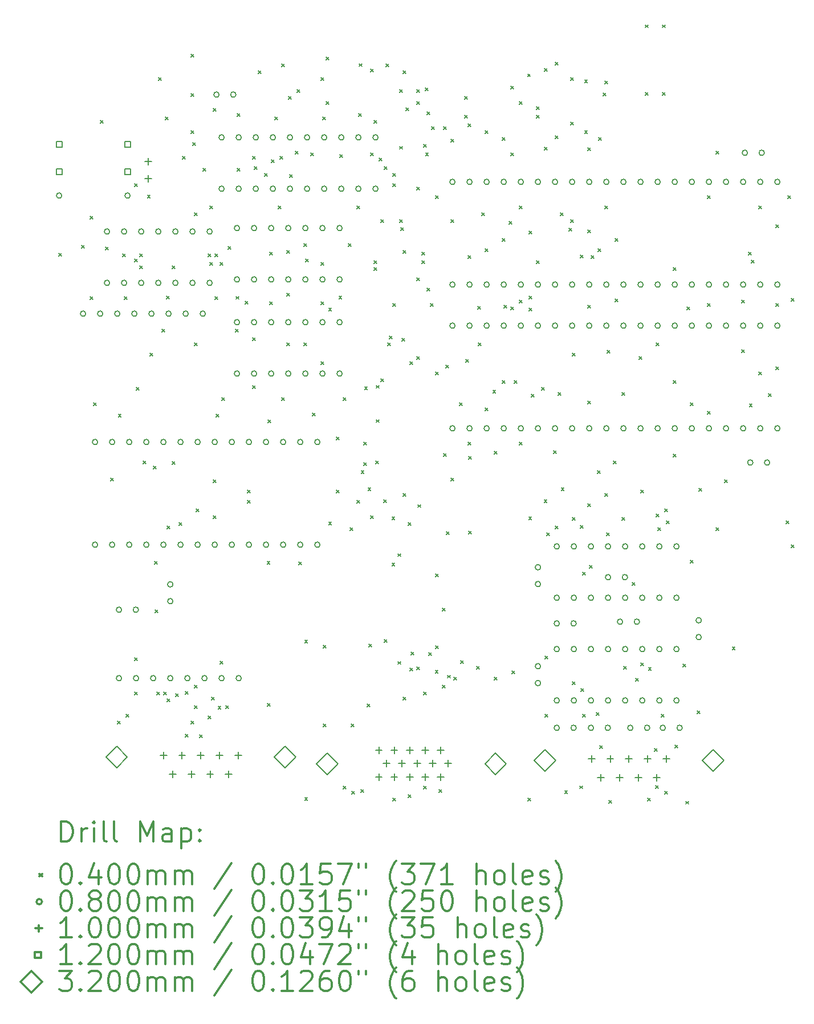
<source format=gbr>
%FSLAX45Y45*%
G04 Gerber Fmt 4.5, Leading zero omitted, Abs format (unit mm)*
G04 Created by KiCad (PCBNEW (5.1.10)-1) date 2024-03-27 07:56:34*
%MOMM*%
%LPD*%
G01*
G04 APERTURE LIST*
%ADD10C,0.200000*%
%ADD11C,0.300000*%
G04 APERTURE END LIST*
D10*
X9543100Y-5453700D02*
X9583100Y-5493700D01*
X9583100Y-5453700D02*
X9543100Y-5493700D01*
X9886000Y-5339400D02*
X9926000Y-5379400D01*
X9926000Y-5339400D02*
X9886000Y-5379400D01*
X10013000Y-4907600D02*
X10053000Y-4947600D01*
X10053000Y-4907600D02*
X10013000Y-4947600D01*
X10013000Y-6101400D02*
X10053000Y-6141400D01*
X10053000Y-6101400D02*
X10013000Y-6141400D01*
X10063800Y-7676200D02*
X10103800Y-7716200D01*
X10103800Y-7676200D02*
X10063800Y-7716200D01*
X10165400Y-3485200D02*
X10205400Y-3525200D01*
X10205400Y-3485200D02*
X10165400Y-3525200D01*
X10241600Y-5364800D02*
X10281600Y-5404800D01*
X10281600Y-5364800D02*
X10241600Y-5404800D01*
X10317800Y-8793800D02*
X10357800Y-8833800D01*
X10357800Y-8793800D02*
X10317800Y-8833800D01*
X10419400Y-12400600D02*
X10459400Y-12440600D01*
X10459400Y-12400600D02*
X10419400Y-12440600D01*
X10430301Y-7843099D02*
X10470301Y-7883099D01*
X10470301Y-7843099D02*
X10430301Y-7883099D01*
X10495600Y-5466400D02*
X10535600Y-5506400D01*
X10535600Y-5466400D02*
X10495600Y-5506400D01*
X10521000Y-6101400D02*
X10561000Y-6141400D01*
X10561000Y-6101400D02*
X10521000Y-6141400D01*
X10546400Y-12299000D02*
X10586400Y-12339000D01*
X10586400Y-12299000D02*
X10546400Y-12339000D01*
X10673400Y-4425000D02*
X10713400Y-4465000D01*
X10713400Y-4425000D02*
X10673400Y-4465000D01*
X10673400Y-5542600D02*
X10713400Y-5582600D01*
X10713400Y-5542600D02*
X10673400Y-5582600D01*
X10673400Y-11460800D02*
X10713400Y-11500800D01*
X10713400Y-11460800D02*
X10673400Y-11500800D01*
X10673400Y-11968800D02*
X10713400Y-12008800D01*
X10713400Y-11968800D02*
X10673400Y-12008800D01*
X10698800Y-7447600D02*
X10738800Y-7487600D01*
X10738800Y-7447600D02*
X10698800Y-7487600D01*
X10749600Y-5466400D02*
X10789600Y-5506400D01*
X10789600Y-5466400D02*
X10749600Y-5506400D01*
X10749600Y-5644200D02*
X10789600Y-5684200D01*
X10789600Y-5644200D02*
X10749600Y-5684200D01*
X10800400Y-8539800D02*
X10840400Y-8579800D01*
X10840400Y-8539800D02*
X10800400Y-8579800D01*
X10862101Y-4588301D02*
X10902101Y-4628301D01*
X10902101Y-4588301D02*
X10862101Y-4628301D01*
X10902000Y-6939600D02*
X10942000Y-6979600D01*
X10942000Y-6939600D02*
X10902000Y-6979600D01*
X10952800Y-8616000D02*
X10992800Y-8656000D01*
X10992800Y-8616000D02*
X10952800Y-8656000D01*
X10967299Y-10027499D02*
X11007299Y-10067499D01*
X11007299Y-10027499D02*
X10967299Y-10067499D01*
X10978200Y-10749600D02*
X11018200Y-10789600D01*
X11018200Y-10749600D02*
X10978200Y-10789600D01*
X11003600Y-11968800D02*
X11043600Y-12008800D01*
X11043600Y-11968800D02*
X11003600Y-12008800D01*
X11029000Y-2850200D02*
X11069000Y-2890200D01*
X11069000Y-2850200D02*
X11029000Y-2890200D01*
X11079800Y-6584000D02*
X11119800Y-6624000D01*
X11119800Y-6584000D02*
X11079800Y-6624000D01*
X11105200Y-11968800D02*
X11145200Y-12008800D01*
X11145200Y-11968800D02*
X11105200Y-12008800D01*
X11130600Y-3434400D02*
X11170600Y-3474400D01*
X11170600Y-3434400D02*
X11130600Y-3474400D01*
X11145099Y-6090499D02*
X11185099Y-6130499D01*
X11185099Y-6090499D02*
X11145099Y-6130499D01*
X11156000Y-9505000D02*
X11196000Y-9545000D01*
X11196000Y-9505000D02*
X11156000Y-9545000D01*
X11156000Y-12070400D02*
X11196000Y-12110400D01*
X11196000Y-12070400D02*
X11156000Y-12110400D01*
X11228500Y-8543500D02*
X11268500Y-8583500D01*
X11268500Y-8543500D02*
X11228500Y-8583500D01*
X11232200Y-5644200D02*
X11272200Y-5684200D01*
X11272200Y-5644200D02*
X11232200Y-5684200D01*
X11283000Y-11994200D02*
X11323000Y-12034200D01*
X11323000Y-11994200D02*
X11283000Y-12034200D01*
X11333800Y-9454200D02*
X11373800Y-9494200D01*
X11373800Y-9454200D02*
X11333800Y-9494200D01*
X11384600Y-4018600D02*
X11424600Y-4058600D01*
X11424600Y-4018600D02*
X11384600Y-4058600D01*
X11422700Y-11956100D02*
X11462700Y-11996100D01*
X11462700Y-11956100D02*
X11422700Y-11996100D01*
X11422700Y-12591100D02*
X11462700Y-12631100D01*
X11462700Y-12591100D02*
X11422700Y-12631100D01*
X11508900Y-2497300D02*
X11548900Y-2537300D01*
X11548900Y-2497300D02*
X11508900Y-2537300D01*
X11508900Y-3081500D02*
X11548900Y-3121500D01*
X11548900Y-3081500D02*
X11508900Y-3121500D01*
X11511600Y-3637600D02*
X11551600Y-3677600D01*
X11551600Y-3637600D02*
X11511600Y-3677600D01*
X11511600Y-12400600D02*
X11551600Y-12440600D01*
X11551600Y-12400600D02*
X11511600Y-12440600D01*
X11537000Y-3815400D02*
X11577000Y-3855400D01*
X11577000Y-3815400D02*
X11537000Y-3855400D01*
X11562400Y-4856800D02*
X11602400Y-4896800D01*
X11602400Y-4856800D02*
X11562400Y-4896800D01*
X11562400Y-6787200D02*
X11602400Y-6827200D01*
X11602400Y-6787200D02*
X11562400Y-6827200D01*
X11562400Y-11867200D02*
X11602400Y-11907200D01*
X11602400Y-11867200D02*
X11562400Y-11907200D01*
X11562400Y-12172000D02*
X11602400Y-12212000D01*
X11602400Y-12172000D02*
X11562400Y-12212000D01*
X11587800Y-9251000D02*
X11627800Y-9291000D01*
X11627800Y-9251000D02*
X11587800Y-9291000D01*
X11638600Y-12603800D02*
X11678600Y-12643800D01*
X11678600Y-12603800D02*
X11638600Y-12643800D01*
X11689400Y-4196400D02*
X11729400Y-4236400D01*
X11729400Y-4196400D02*
X11689400Y-4236400D01*
X11765600Y-5466400D02*
X11805600Y-5506400D01*
X11805600Y-5466400D02*
X11765600Y-5506400D01*
X11765600Y-12324400D02*
X11805600Y-12364400D01*
X11805600Y-12324400D02*
X11765600Y-12364400D01*
X11791000Y-4755200D02*
X11831000Y-4795200D01*
X11831000Y-4755200D02*
X11791000Y-4795200D01*
X11791000Y-5593400D02*
X11831000Y-5633400D01*
X11831000Y-5593400D02*
X11791000Y-5633400D01*
X11816400Y-12045000D02*
X11856400Y-12085000D01*
X11856400Y-12045000D02*
X11816400Y-12085000D01*
X11841800Y-3307400D02*
X11881800Y-3347400D01*
X11881800Y-3307400D02*
X11841800Y-3347400D01*
X11841800Y-8819200D02*
X11881800Y-8859200D01*
X11881800Y-8819200D02*
X11841800Y-8859200D01*
X11841800Y-9352600D02*
X11881800Y-9392600D01*
X11881800Y-9352600D02*
X11841800Y-9392600D01*
X11867200Y-5466400D02*
X11907200Y-5506400D01*
X11907200Y-5466400D02*
X11867200Y-5506400D01*
X11867200Y-6101400D02*
X11907200Y-6141400D01*
X11907200Y-6101400D02*
X11867200Y-6141400D01*
X11879900Y-7841300D02*
X11919900Y-7881300D01*
X11919900Y-7841300D02*
X11879900Y-7881300D01*
X11910800Y-12179200D02*
X11950800Y-12219200D01*
X11950800Y-12179200D02*
X11910800Y-12219200D01*
X11943400Y-5593400D02*
X11983400Y-5633400D01*
X11983400Y-5593400D02*
X11943400Y-5633400D01*
X11943400Y-11511600D02*
X11983400Y-11551600D01*
X11983400Y-11511600D02*
X11943400Y-11551600D01*
X11968800Y-7600000D02*
X12008800Y-7640000D01*
X12008800Y-7600000D02*
X11968800Y-7640000D01*
X12023300Y-12168300D02*
X12063300Y-12208300D01*
X12063300Y-12168300D02*
X12023300Y-12208300D01*
X12059500Y-5350300D02*
X12099500Y-5390300D01*
X12099500Y-5350300D02*
X12059500Y-5390300D01*
X12172000Y-6584000D02*
X12212000Y-6624000D01*
X12212000Y-6584000D02*
X12172000Y-6624000D01*
X12179201Y-6094199D02*
X12219201Y-6134199D01*
X12219201Y-6094199D02*
X12179201Y-6134199D01*
X12197400Y-3383600D02*
X12237400Y-3423600D01*
X12237400Y-3383600D02*
X12197400Y-3423600D01*
X12197400Y-4196400D02*
X12237400Y-4236400D01*
X12237400Y-4196400D02*
X12197400Y-4236400D01*
X12313499Y-6166699D02*
X12353499Y-6206699D01*
X12353499Y-6166699D02*
X12313499Y-6206699D01*
X12349800Y-8971600D02*
X12389800Y-9011600D01*
X12389800Y-8971600D02*
X12349800Y-9011600D01*
X12349800Y-9124000D02*
X12389800Y-9164000D01*
X12389800Y-9124000D02*
X12349800Y-9164000D01*
X12426000Y-4018600D02*
X12466000Y-4058600D01*
X12466000Y-4018600D02*
X12426000Y-4058600D01*
X12426000Y-6711000D02*
X12466000Y-6751000D01*
X12466000Y-6711000D02*
X12426000Y-6751000D01*
X12426000Y-7422200D02*
X12466000Y-7462200D01*
X12466000Y-7422200D02*
X12426000Y-7462200D01*
X12451400Y-4171000D02*
X12491400Y-4211000D01*
X12491400Y-4171000D02*
X12451400Y-4211000D01*
X12507600Y-2743200D02*
X12547600Y-2783200D01*
X12547600Y-2743200D02*
X12507600Y-2783200D01*
X12603800Y-4272600D02*
X12643800Y-4312600D01*
X12643800Y-4272600D02*
X12603800Y-4312600D01*
X12640101Y-10027499D02*
X12680101Y-10067499D01*
X12680101Y-10027499D02*
X12640101Y-10067499D01*
X12645500Y-12137500D02*
X12685500Y-12177500D01*
X12685500Y-12137500D02*
X12645500Y-12177500D01*
X12654600Y-7930200D02*
X12694600Y-7970200D01*
X12694600Y-7930200D02*
X12654600Y-7970200D01*
X12680000Y-5441000D02*
X12720000Y-5481000D01*
X12720000Y-5441000D02*
X12680000Y-5481000D01*
X12680000Y-6177600D02*
X12720000Y-6217600D01*
X12720000Y-6177600D02*
X12680000Y-6217600D01*
X12705400Y-4069400D02*
X12745400Y-4109400D01*
X12745400Y-4069400D02*
X12705400Y-4109400D01*
X12756200Y-3434400D02*
X12796200Y-3474400D01*
X12796200Y-3434400D02*
X12756200Y-3474400D01*
X12807000Y-4755200D02*
X12847000Y-4795200D01*
X12847000Y-4755200D02*
X12807000Y-4795200D01*
X12832400Y-4018600D02*
X12872400Y-4058600D01*
X12872400Y-4018600D02*
X12832400Y-4058600D01*
X12857800Y-2647000D02*
X12897800Y-2687000D01*
X12897800Y-2647000D02*
X12857800Y-2687000D01*
X12857800Y-7600000D02*
X12897800Y-7640000D01*
X12897800Y-7600000D02*
X12857800Y-7640000D01*
X12934000Y-5415600D02*
X12974000Y-5455600D01*
X12974000Y-5415600D02*
X12934000Y-5455600D01*
X12934000Y-6050600D02*
X12974000Y-6090600D01*
X12974000Y-6050600D02*
X12934000Y-6090600D01*
X12934000Y-6787200D02*
X12974000Y-6827200D01*
X12974000Y-6787200D02*
X12934000Y-6827200D01*
X12959400Y-3129600D02*
X12999400Y-3169600D01*
X12999400Y-3129600D02*
X12959400Y-3169600D01*
X12972100Y-4285300D02*
X13012100Y-4325300D01*
X13012100Y-4285300D02*
X12972100Y-4325300D01*
X13061000Y-3942400D02*
X13101000Y-3982400D01*
X13101000Y-3942400D02*
X13061000Y-3982400D01*
X13086400Y-3028000D02*
X13126400Y-3068000D01*
X13126400Y-3028000D02*
X13086400Y-3068000D01*
X13111800Y-10038400D02*
X13151800Y-10078400D01*
X13151800Y-10038400D02*
X13111800Y-10078400D01*
X13188000Y-5314000D02*
X13228000Y-5354000D01*
X13228000Y-5314000D02*
X13188000Y-5354000D01*
X13188000Y-6787200D02*
X13228000Y-6827200D01*
X13228000Y-6787200D02*
X13188000Y-6827200D01*
X13199500Y-11195300D02*
X13239500Y-11235300D01*
X13239500Y-11195300D02*
X13199500Y-11235300D01*
X13199500Y-13529700D02*
X13239500Y-13569700D01*
X13239500Y-13529700D02*
X13199500Y-13569700D01*
X13213400Y-5542600D02*
X13253400Y-5582600D01*
X13253400Y-5542600D02*
X13213400Y-5582600D01*
X13288899Y-3967800D02*
X13328899Y-4007800D01*
X13328899Y-3967800D02*
X13288899Y-4007800D01*
X13315000Y-7828600D02*
X13355000Y-7868600D01*
X13355000Y-7828600D02*
X13315000Y-7868600D01*
X13442000Y-2850200D02*
X13482000Y-2890200D01*
X13482000Y-2850200D02*
X13442000Y-2890200D01*
X13442000Y-5593400D02*
X13482000Y-5633400D01*
X13482000Y-5593400D02*
X13442000Y-5633400D01*
X13442000Y-6177600D02*
X13482000Y-6217600D01*
X13482000Y-6177600D02*
X13442000Y-6217600D01*
X13442000Y-7066600D02*
X13482000Y-7106600D01*
X13482000Y-7066600D02*
X13442000Y-7106600D01*
X13467400Y-3434400D02*
X13507400Y-3474400D01*
X13507400Y-3434400D02*
X13467400Y-3474400D01*
X13476500Y-11273900D02*
X13516500Y-11313900D01*
X13516500Y-11273900D02*
X13476500Y-11313900D01*
X13476500Y-12442300D02*
X13516500Y-12482300D01*
X13516500Y-12442300D02*
X13476500Y-12482300D01*
X13518200Y-2545400D02*
X13558200Y-2585400D01*
X13558200Y-2545400D02*
X13518200Y-2585400D01*
X13518200Y-3205800D02*
X13558200Y-3245800D01*
X13558200Y-3205800D02*
X13518200Y-3245800D01*
X13554501Y-6268299D02*
X13594501Y-6308299D01*
X13594501Y-6268299D02*
X13554501Y-6308299D01*
X13554501Y-9439701D02*
X13594501Y-9479701D01*
X13594501Y-9439701D02*
X13554501Y-9479701D01*
X13670600Y-8184200D02*
X13710600Y-8224200D01*
X13710600Y-8184200D02*
X13670600Y-8224200D01*
X13670600Y-8971600D02*
X13710600Y-9011600D01*
X13710600Y-8971600D02*
X13670600Y-9011600D01*
X13706901Y-6086901D02*
X13746901Y-6126901D01*
X13746901Y-6086901D02*
X13706901Y-6126901D01*
X13721400Y-3993200D02*
X13761400Y-4033200D01*
X13761400Y-3993200D02*
X13721400Y-4033200D01*
X13772200Y-7600000D02*
X13812200Y-7640000D01*
X13812200Y-7600000D02*
X13772200Y-7640000D01*
X13772200Y-13365800D02*
X13812200Y-13405800D01*
X13812200Y-13365800D02*
X13772200Y-13405800D01*
X13848400Y-5314000D02*
X13888400Y-5354000D01*
X13888400Y-5314000D02*
X13848400Y-5354000D01*
X13873800Y-9530400D02*
X13913800Y-9570400D01*
X13913800Y-9530400D02*
X13873800Y-9570400D01*
X13890100Y-12442300D02*
X13930100Y-12482300D01*
X13930100Y-12442300D02*
X13890100Y-12482300D01*
X13899200Y-13442000D02*
X13939200Y-13482000D01*
X13939200Y-13442000D02*
X13899200Y-13482000D01*
X13975400Y-4755200D02*
X14015400Y-4795200D01*
X14015400Y-4755200D02*
X13975400Y-4795200D01*
X13975400Y-9124000D02*
X14015400Y-9164000D01*
X14015400Y-9124000D02*
X13975400Y-9164000D01*
X14000800Y-3383600D02*
X14040800Y-3423600D01*
X14040800Y-3383600D02*
X14000800Y-3423600D01*
X14008900Y-2638900D02*
X14048900Y-2678900D01*
X14048900Y-2638900D02*
X14008900Y-2678900D01*
X14030500Y-13412300D02*
X14070500Y-13452300D01*
X14070500Y-13412300D02*
X14030500Y-13452300D01*
X14037101Y-8681299D02*
X14077101Y-8721299D01*
X14077101Y-8681299D02*
X14037101Y-8721299D01*
X14077000Y-8260400D02*
X14117000Y-8300400D01*
X14117000Y-8260400D02*
X14077000Y-8300400D01*
X14077000Y-8565200D02*
X14117000Y-8605200D01*
X14117000Y-8565200D02*
X14077000Y-8605200D01*
X14087901Y-7436699D02*
X14127901Y-7476699D01*
X14127901Y-7436699D02*
X14087901Y-7476699D01*
X14127800Y-12146600D02*
X14167800Y-12186600D01*
X14167800Y-12146600D02*
X14127800Y-12186600D01*
X14138701Y-8931701D02*
X14178701Y-8971701D01*
X14178701Y-8931701D02*
X14138701Y-8971701D01*
X14153200Y-11257600D02*
X14193200Y-11297600D01*
X14193200Y-11257600D02*
X14153200Y-11297600D01*
X14178600Y-2723200D02*
X14218600Y-2763200D01*
X14218600Y-2723200D02*
X14178600Y-2763200D01*
X14178600Y-3967800D02*
X14218600Y-4007800D01*
X14218600Y-3967800D02*
X14178600Y-4007800D01*
X14178600Y-9352600D02*
X14218600Y-9392600D01*
X14218600Y-9352600D02*
X14178600Y-9392600D01*
X14229400Y-3485200D02*
X14269400Y-3525200D01*
X14269400Y-3485200D02*
X14229400Y-3525200D01*
X14229400Y-5568000D02*
X14269400Y-5608000D01*
X14269400Y-5568000D02*
X14229400Y-5608000D01*
X14229400Y-5669600D02*
X14269400Y-5709600D01*
X14269400Y-5669600D02*
X14229400Y-5709600D01*
X14254800Y-8539800D02*
X14294800Y-8579800D01*
X14294800Y-8539800D02*
X14254800Y-8579800D01*
X14262001Y-7414999D02*
X14302001Y-7454999D01*
X14302001Y-7414999D02*
X14262001Y-7454999D01*
X14262001Y-7922999D02*
X14302001Y-7962999D01*
X14302001Y-7922999D02*
X14262001Y-7962999D01*
X14305600Y-4044000D02*
X14345600Y-4084000D01*
X14345600Y-4044000D02*
X14305600Y-4084000D01*
X14331000Y-4958400D02*
X14371000Y-4998400D01*
X14371000Y-4958400D02*
X14331000Y-4998400D01*
X14331000Y-7320600D02*
X14371000Y-7360600D01*
X14371000Y-7320600D02*
X14331000Y-7360600D01*
X14370899Y-9113099D02*
X14410899Y-9153099D01*
X14410899Y-9113099D02*
X14370899Y-9153099D01*
X14378100Y-11185100D02*
X14418100Y-11225100D01*
X14418100Y-11185100D02*
X14378100Y-11225100D01*
X14381800Y-4171000D02*
X14421800Y-4211000D01*
X14421800Y-4171000D02*
X14381800Y-4211000D01*
X14407200Y-2647000D02*
X14447200Y-2687000D01*
X14447200Y-2647000D02*
X14407200Y-2687000D01*
X14432600Y-6787200D02*
X14472600Y-6827200D01*
X14472600Y-6787200D02*
X14432600Y-6827200D01*
X14458000Y-6685600D02*
X14498000Y-6725600D01*
X14498000Y-6685600D02*
X14458000Y-6725600D01*
X14494200Y-9367200D02*
X14534200Y-9407200D01*
X14534200Y-9367200D02*
X14494200Y-9407200D01*
X14494200Y-10053000D02*
X14534200Y-10093000D01*
X14534200Y-10053000D02*
X14494200Y-10093000D01*
X14507600Y-13542400D02*
X14547600Y-13582400D01*
X14547600Y-13542400D02*
X14507600Y-13582400D01*
X14508800Y-4425000D02*
X14548800Y-4465000D01*
X14548800Y-4425000D02*
X14508800Y-4465000D01*
X14508800Y-6203000D02*
X14548800Y-6243000D01*
X14548800Y-6203000D02*
X14508800Y-6243000D01*
X14508900Y-4272500D02*
X14548900Y-4312500D01*
X14548900Y-4272500D02*
X14508900Y-4312500D01*
X14584500Y-11512100D02*
X14624500Y-11552100D01*
X14624500Y-11512100D02*
X14584500Y-11552100D01*
X14584899Y-9911501D02*
X14624899Y-9951501D01*
X14624899Y-9911501D02*
X14584899Y-9951501D01*
X14610299Y-3866301D02*
X14650299Y-3906301D01*
X14650299Y-3866301D02*
X14610299Y-3906301D01*
X14610400Y-3028000D02*
X14650400Y-3068000D01*
X14650400Y-3028000D02*
X14610400Y-3068000D01*
X14610400Y-4958400D02*
X14650400Y-4998400D01*
X14650400Y-4958400D02*
X14610400Y-4998400D01*
X14623100Y-5072700D02*
X14663100Y-5112700D01*
X14663100Y-5072700D02*
X14623100Y-5112700D01*
X14639500Y-6714700D02*
X14679500Y-6754700D01*
X14679500Y-6714700D02*
X14639500Y-6754700D01*
X14661200Y-2748600D02*
X14701200Y-2788600D01*
X14701200Y-2748600D02*
X14661200Y-2788600D01*
X14661200Y-5415600D02*
X14701200Y-5455600D01*
X14701200Y-5415600D02*
X14661200Y-5455600D01*
X14661200Y-9022400D02*
X14701200Y-9062400D01*
X14701200Y-9022400D02*
X14661200Y-9062400D01*
X14661200Y-12045000D02*
X14701200Y-12085000D01*
X14701200Y-12045000D02*
X14661200Y-12085000D01*
X14701200Y-3296600D02*
X14741200Y-3336600D01*
X14741200Y-3296600D02*
X14701200Y-3336600D01*
X14736600Y-13492000D02*
X14776600Y-13532000D01*
X14776600Y-13492000D02*
X14736600Y-13532000D01*
X14737400Y-9454200D02*
X14777400Y-9494200D01*
X14777400Y-9454200D02*
X14737400Y-9494200D01*
X14758900Y-7062700D02*
X14798900Y-7102700D01*
X14798900Y-7062700D02*
X14758900Y-7102700D01*
X14762800Y-11613200D02*
X14802800Y-11653200D01*
X14802800Y-11613200D02*
X14762800Y-11653200D01*
X14775500Y-11371900D02*
X14815500Y-11411900D01*
X14815500Y-11371900D02*
X14775500Y-11411900D01*
X14861500Y-11590700D02*
X14901500Y-11630700D01*
X14901500Y-11590700D02*
X14861500Y-11630700D01*
X14864200Y-6990200D02*
X14904200Y-7030200D01*
X14904200Y-6990200D02*
X14864200Y-7030200D01*
X14864400Y-3028000D02*
X14904400Y-3068000D01*
X14904400Y-3028000D02*
X14864400Y-3068000D01*
X14864400Y-3205800D02*
X14904400Y-3245800D01*
X14904400Y-3205800D02*
X14864400Y-3245800D01*
X14864400Y-4475800D02*
X14904400Y-4515800D01*
X14904400Y-4475800D02*
X14864400Y-4515800D01*
X14864400Y-5822000D02*
X14904400Y-5862000D01*
X14904400Y-5822000D02*
X14864400Y-5862000D01*
X14879001Y-9185599D02*
X14919001Y-9225599D01*
X14919001Y-9185599D02*
X14879001Y-9225599D01*
X14940600Y-5441000D02*
X14980600Y-5481000D01*
X14980600Y-5441000D02*
X14940600Y-5481000D01*
X14940600Y-5568000D02*
X14980600Y-5608000D01*
X14980600Y-5568000D02*
X14940600Y-5608000D01*
X14965600Y-13365400D02*
X15005600Y-13405400D01*
X15005600Y-13365400D02*
X14965600Y-13405400D01*
X14966000Y-3840800D02*
X15006000Y-3880800D01*
X15006000Y-3840800D02*
X14966000Y-3880800D01*
X14966000Y-11968800D02*
X15006000Y-12008800D01*
X15006000Y-11968800D02*
X14966000Y-12008800D01*
X14991400Y-3002600D02*
X15031400Y-3042600D01*
X15031400Y-3002600D02*
X14991400Y-3042600D01*
X14993900Y-3965300D02*
X15033900Y-4005300D01*
X15033900Y-3965300D02*
X14993900Y-4005300D01*
X15016800Y-3358200D02*
X15056800Y-3398200D01*
X15056800Y-3358200D02*
X15016800Y-3398200D01*
X15016800Y-5974400D02*
X15056800Y-6014400D01*
X15056800Y-5974400D02*
X15016800Y-6014400D01*
X15042200Y-11384600D02*
X15082200Y-11424600D01*
X15082200Y-11384600D02*
X15042200Y-11424600D01*
X15067600Y-6203000D02*
X15107600Y-6243000D01*
X15107600Y-6203000D02*
X15067600Y-6243000D01*
X15079500Y-3573300D02*
X15119500Y-3613300D01*
X15119500Y-3573300D02*
X15079500Y-3613300D01*
X15138500Y-11643900D02*
X15178500Y-11683900D01*
X15178500Y-11643900D02*
X15138500Y-11683900D01*
X15143800Y-4602800D02*
X15183800Y-4642800D01*
X15183800Y-4602800D02*
X15143800Y-4642800D01*
X15143800Y-7219000D02*
X15183800Y-7259000D01*
X15183800Y-7219000D02*
X15143800Y-7259000D01*
X15143800Y-10216200D02*
X15183800Y-10256200D01*
X15183800Y-10216200D02*
X15143800Y-10256200D01*
X15143800Y-11283000D02*
X15183800Y-11323000D01*
X15183800Y-11283000D02*
X15143800Y-11323000D01*
X15194600Y-13416600D02*
X15234600Y-13456600D01*
X15234600Y-13416600D02*
X15194600Y-13456600D01*
X15245400Y-10724200D02*
X15285400Y-10764200D01*
X15285400Y-10724200D02*
X15245400Y-10764200D01*
X15245400Y-11867200D02*
X15285400Y-11907200D01*
X15285400Y-11867200D02*
X15245400Y-11907200D01*
X15258900Y-3573300D02*
X15298900Y-3613300D01*
X15298900Y-3573300D02*
X15258900Y-3613300D01*
X15259900Y-8427300D02*
X15299900Y-8467300D01*
X15299900Y-8427300D02*
X15259900Y-8467300D01*
X15296200Y-7117400D02*
X15336200Y-7157400D01*
X15336200Y-7117400D02*
X15296200Y-7157400D01*
X15299900Y-9584900D02*
X15339900Y-9624900D01*
X15339900Y-9584900D02*
X15299900Y-9624900D01*
X15320000Y-11716400D02*
X15360000Y-11756400D01*
X15360000Y-11716400D02*
X15320000Y-11756400D01*
X15372400Y-3764600D02*
X15412400Y-3804600D01*
X15412400Y-3764600D02*
X15372400Y-3804600D01*
X15372400Y-4958400D02*
X15412400Y-4998400D01*
X15412400Y-4958400D02*
X15372400Y-4998400D01*
X15372400Y-8793800D02*
X15412400Y-8833800D01*
X15412400Y-8793800D02*
X15372400Y-8833800D01*
X15415500Y-11747900D02*
X15455500Y-11787900D01*
X15455500Y-11747900D02*
X15415500Y-11787900D01*
X15499400Y-7676200D02*
X15539400Y-7716200D01*
X15539400Y-7676200D02*
X15499400Y-7716200D01*
X15513899Y-11500699D02*
X15553899Y-11540699D01*
X15553899Y-11500699D02*
X15513899Y-11540699D01*
X15575600Y-3129600D02*
X15615600Y-3169600D01*
X15615600Y-3129600D02*
X15575600Y-3169600D01*
X15575600Y-3409000D02*
X15615600Y-3449000D01*
X15615600Y-3409000D02*
X15575600Y-3449000D01*
X15590200Y-7030400D02*
X15630200Y-7070400D01*
X15630200Y-7030400D02*
X15590200Y-7070400D01*
X15626400Y-3536000D02*
X15666400Y-3576000D01*
X15666400Y-3536000D02*
X15626400Y-3576000D01*
X15626400Y-5491800D02*
X15666400Y-5531800D01*
X15666400Y-5491800D02*
X15626400Y-5531800D01*
X15626400Y-8260400D02*
X15666400Y-8300400D01*
X15666400Y-8260400D02*
X15626400Y-8300400D01*
X15630400Y-8467600D02*
X15670400Y-8507600D01*
X15670400Y-8467600D02*
X15630400Y-8507600D01*
X15630400Y-9577200D02*
X15670400Y-9617200D01*
X15670400Y-9577200D02*
X15630400Y-9617200D01*
X15753400Y-11587800D02*
X15793400Y-11627800D01*
X15793400Y-11587800D02*
X15753400Y-11627800D01*
X15767899Y-6239301D02*
X15807899Y-6279301D01*
X15807899Y-6239301D02*
X15767899Y-6279301D01*
X15778800Y-6787200D02*
X15818800Y-6827200D01*
X15818800Y-6787200D02*
X15778800Y-6827200D01*
X15829600Y-4856800D02*
X15869600Y-4896800D01*
X15869600Y-4856800D02*
X15829600Y-4896800D01*
X15880400Y-3637600D02*
X15920400Y-3677600D01*
X15920400Y-3637600D02*
X15880400Y-3677600D01*
X15880400Y-5390200D02*
X15920400Y-5430200D01*
X15920400Y-5390200D02*
X15880400Y-5430200D01*
X15880400Y-7752400D02*
X15920400Y-7792400D01*
X15920400Y-7752400D02*
X15880400Y-7792400D01*
X15992901Y-7487499D02*
X16032901Y-7527499D01*
X16032901Y-7487499D02*
X15992901Y-7527499D01*
X16015100Y-8395100D02*
X16055100Y-8435100D01*
X16055100Y-8395100D02*
X16015100Y-8435100D01*
X16015100Y-11747900D02*
X16055100Y-11787900D01*
X16055100Y-11747900D02*
X16015100Y-11787900D01*
X16134400Y-3739200D02*
X16174400Y-3779200D01*
X16174400Y-3739200D02*
X16134400Y-3779200D01*
X16134400Y-5237800D02*
X16174400Y-5277800D01*
X16174400Y-5237800D02*
X16134400Y-5277800D01*
X16134400Y-7346000D02*
X16174400Y-7386000D01*
X16174400Y-7346000D02*
X16134400Y-7386000D01*
X16159800Y-6228400D02*
X16199800Y-6268400D01*
X16199800Y-6228400D02*
X16159800Y-6268400D01*
X16236000Y-4983800D02*
X16276000Y-5023800D01*
X16276000Y-4983800D02*
X16236000Y-5023800D01*
X16258900Y-2974700D02*
X16298900Y-3014700D01*
X16298900Y-2974700D02*
X16258900Y-3014700D01*
X16258900Y-3965300D02*
X16298900Y-4005300D01*
X16298900Y-3965300D02*
X16258900Y-4005300D01*
X16261400Y-6253800D02*
X16301400Y-6293800D01*
X16301400Y-6253800D02*
X16261400Y-6293800D01*
X16275899Y-11649501D02*
X16315899Y-11689501D01*
X16315899Y-11649501D02*
X16275899Y-11689501D01*
X16312200Y-7346000D02*
X16352200Y-7386000D01*
X16352200Y-7346000D02*
X16312200Y-7386000D01*
X16388400Y-3205800D02*
X16428400Y-3245800D01*
X16428400Y-3205800D02*
X16388400Y-3245800D01*
X16388400Y-4755200D02*
X16428400Y-4795200D01*
X16428400Y-4755200D02*
X16388400Y-4795200D01*
X16388400Y-6152200D02*
X16428400Y-6192200D01*
X16428400Y-6152200D02*
X16388400Y-6192200D01*
X16388400Y-8260400D02*
X16428400Y-8300400D01*
X16428400Y-8260400D02*
X16388400Y-8300400D01*
X16508900Y-2792900D02*
X16548900Y-2832900D01*
X16548900Y-2792900D02*
X16508900Y-2832900D01*
X16515400Y-13543600D02*
X16555400Y-13583600D01*
X16555400Y-13543600D02*
X16515400Y-13583600D01*
X16526200Y-9367200D02*
X16566200Y-9407200D01*
X16566200Y-9367200D02*
X16526200Y-9407200D01*
X16529899Y-5121701D02*
X16569899Y-5161701D01*
X16569899Y-5121701D02*
X16529899Y-5161701D01*
X16529899Y-6086901D02*
X16569899Y-6126901D01*
X16569899Y-6086901D02*
X16529899Y-6126901D01*
X16529899Y-6264701D02*
X16569899Y-6304701D01*
X16569899Y-6264701D02*
X16529899Y-6304701D01*
X16566200Y-7549200D02*
X16606200Y-7589200D01*
X16606200Y-7549200D02*
X16566200Y-7589200D01*
X16642400Y-3282000D02*
X16682400Y-3322000D01*
X16682400Y-3282000D02*
X16642400Y-3322000D01*
X16642400Y-3409000D02*
X16682400Y-3449000D01*
X16682400Y-3409000D02*
X16642400Y-3449000D01*
X16642400Y-5568000D02*
X16682400Y-5608000D01*
X16682400Y-5568000D02*
X16642400Y-5608000D01*
X16718600Y-7447600D02*
X16758600Y-7487600D01*
X16758600Y-7447600D02*
X16718600Y-7487600D01*
X16754901Y-9113099D02*
X16794901Y-9153099D01*
X16794901Y-9113099D02*
X16754901Y-9153099D01*
X16758900Y-2712700D02*
X16798900Y-2752700D01*
X16798900Y-2712700D02*
X16758900Y-2752700D01*
X16758900Y-3881100D02*
X16798900Y-3921100D01*
X16798900Y-3881100D02*
X16758900Y-3921100D01*
X16769400Y-11435400D02*
X16809400Y-11475400D01*
X16809400Y-11435400D02*
X16769400Y-11475400D01*
X16769400Y-12299000D02*
X16809400Y-12339000D01*
X16809400Y-12299000D02*
X16769400Y-12339000D01*
X16794800Y-9606600D02*
X16834800Y-9646600D01*
X16834800Y-9606600D02*
X16794800Y-9646600D01*
X16896400Y-8387400D02*
X16936400Y-8427400D01*
X16936400Y-8387400D02*
X16896400Y-8427400D01*
X16921800Y-2621600D02*
X16961800Y-2661600D01*
X16961800Y-2621600D02*
X16921800Y-2661600D01*
X16921800Y-3713800D02*
X16961800Y-3753800D01*
X16961800Y-3713800D02*
X16921800Y-3753800D01*
X16921800Y-9505000D02*
X16961800Y-9545000D01*
X16961800Y-9505000D02*
X16921800Y-9545000D01*
X16963900Y-7523800D02*
X17003900Y-7563800D01*
X17003900Y-7523800D02*
X16963900Y-7563800D01*
X16998000Y-4856800D02*
X17038000Y-4896800D01*
X17038000Y-4856800D02*
X16998000Y-4896800D01*
X17008901Y-8931701D02*
X17048901Y-8971701D01*
X17048901Y-8931701D02*
X17008901Y-8971701D01*
X17059300Y-13431500D02*
X17099300Y-13471500D01*
X17099300Y-13431500D02*
X17059300Y-13471500D01*
X17125000Y-5085400D02*
X17165000Y-5125400D01*
X17165000Y-5085400D02*
X17125000Y-5125400D01*
X17150400Y-2850200D02*
X17190400Y-2890200D01*
X17190400Y-2850200D02*
X17150400Y-2890200D01*
X17150400Y-3510600D02*
X17190400Y-3550600D01*
X17190400Y-3510600D02*
X17150400Y-3550600D01*
X17150400Y-4958400D02*
X17190400Y-4998400D01*
X17190400Y-4958400D02*
X17150400Y-4998400D01*
X17175800Y-6939600D02*
X17215800Y-6979600D01*
X17215800Y-6939600D02*
X17175800Y-6979600D01*
X17175800Y-9378000D02*
X17215800Y-9418000D01*
X17215800Y-9378000D02*
X17175800Y-9418000D01*
X17175800Y-11816400D02*
X17215800Y-11856400D01*
X17215800Y-11816400D02*
X17175800Y-11856400D01*
X17284300Y-13358900D02*
X17324300Y-13398900D01*
X17324300Y-13358900D02*
X17284300Y-13398900D01*
X17291899Y-5477301D02*
X17331899Y-5517301D01*
X17331899Y-5477301D02*
X17291899Y-5517301D01*
X17291899Y-9494099D02*
X17331899Y-9534099D01*
X17331899Y-9494099D02*
X17291899Y-9534099D01*
X17302800Y-11918000D02*
X17342800Y-11958000D01*
X17342800Y-11918000D02*
X17302800Y-11958000D01*
X17328200Y-10190800D02*
X17368200Y-10230800D01*
X17368200Y-10190800D02*
X17328200Y-10230800D01*
X17328200Y-12299000D02*
X17368200Y-12339000D01*
X17368200Y-12299000D02*
X17328200Y-12339000D01*
X17356450Y-2878450D02*
X17396450Y-2918450D01*
X17396450Y-2878450D02*
X17356450Y-2918450D01*
X17356450Y-3634750D02*
X17396450Y-3674750D01*
X17396450Y-3634750D02*
X17356450Y-3674750D01*
X17404400Y-3891600D02*
X17444400Y-3931600D01*
X17444400Y-3891600D02*
X17404400Y-3931600D01*
X17404400Y-5110800D02*
X17444400Y-5150800D01*
X17444400Y-5110800D02*
X17404400Y-5150800D01*
X17404400Y-6228400D02*
X17444400Y-6268400D01*
X17444400Y-6228400D02*
X17404400Y-6268400D01*
X17404400Y-7650800D02*
X17444400Y-7690800D01*
X17444400Y-7650800D02*
X17404400Y-7690800D01*
X17404400Y-9174800D02*
X17444400Y-9214800D01*
X17444400Y-9174800D02*
X17404400Y-9214800D01*
X17429800Y-10089200D02*
X17469800Y-10129200D01*
X17469800Y-10089200D02*
X17429800Y-10129200D01*
X17455200Y-5491800D02*
X17495200Y-5531800D01*
X17495200Y-5491800D02*
X17455200Y-5531800D01*
X17531400Y-12273600D02*
X17571400Y-12313600D01*
X17571400Y-12273600D02*
X17531400Y-12313600D01*
X17545899Y-8681299D02*
X17585899Y-8721299D01*
X17585899Y-8681299D02*
X17545899Y-8721299D01*
X17556800Y-5390200D02*
X17596800Y-5430200D01*
X17596800Y-5390200D02*
X17556800Y-5430200D01*
X17560500Y-3735500D02*
X17600500Y-3775500D01*
X17600500Y-3735500D02*
X17560500Y-3775500D01*
X17577900Y-12760500D02*
X17617900Y-12800500D01*
X17617900Y-12760500D02*
X17577900Y-12800500D01*
X17633000Y-3078800D02*
X17673000Y-3118800D01*
X17673000Y-3078800D02*
X17633000Y-3118800D01*
X17658400Y-2901000D02*
X17698400Y-2941000D01*
X17698400Y-2901000D02*
X17658400Y-2941000D01*
X17658400Y-4755200D02*
X17698400Y-4795200D01*
X17698400Y-4755200D02*
X17658400Y-4795200D01*
X17658400Y-9022400D02*
X17698400Y-9062400D01*
X17698400Y-9022400D02*
X17658400Y-9062400D01*
X17683800Y-9606600D02*
X17723800Y-9646600D01*
X17723800Y-9606600D02*
X17683800Y-9646600D01*
X17690080Y-6895079D02*
X17730080Y-6935079D01*
X17730080Y-6895079D02*
X17690080Y-6935079D01*
X17714999Y-13574799D02*
X17754999Y-13614799D01*
X17754999Y-13574799D02*
X17714999Y-13614799D01*
X17785400Y-8539800D02*
X17825400Y-8579800D01*
X17825400Y-8539800D02*
X17785400Y-8579800D01*
X17807100Y-6130500D02*
X17847100Y-6170500D01*
X17847100Y-6130500D02*
X17807100Y-6170500D01*
X17810800Y-5237800D02*
X17850800Y-5277800D01*
X17850800Y-5237800D02*
X17810800Y-5277800D01*
X17912400Y-7523800D02*
X17952400Y-7563800D01*
X17952400Y-7523800D02*
X17912400Y-7563800D01*
X17912400Y-9378000D02*
X17952400Y-9418000D01*
X17952400Y-9378000D02*
X17912400Y-9418000D01*
X17937800Y-11587800D02*
X17977800Y-11627800D01*
X17977800Y-11587800D02*
X17937800Y-11627800D01*
X18064800Y-10343200D02*
X18104800Y-10383200D01*
X18104800Y-10343200D02*
X18064800Y-10383200D01*
X18115600Y-11765600D02*
X18155600Y-11805600D01*
X18155600Y-11765600D02*
X18115600Y-11805600D01*
X18166400Y-6990400D02*
X18206400Y-7030400D01*
X18206400Y-6990400D02*
X18166400Y-7030400D01*
X18191800Y-8971600D02*
X18231800Y-9011600D01*
X18231800Y-8971600D02*
X18191800Y-9011600D01*
X18191800Y-11537000D02*
X18231800Y-11577000D01*
X18231800Y-11537000D02*
X18191800Y-11577000D01*
X18258900Y-2064700D02*
X18298900Y-2104700D01*
X18298900Y-2064700D02*
X18258900Y-2104700D01*
X18258900Y-3069700D02*
X18298900Y-3109700D01*
X18298900Y-3069700D02*
X18258900Y-3109700D01*
X18293400Y-13543600D02*
X18333400Y-13583600D01*
X18333400Y-13543600D02*
X18293400Y-13583600D01*
X18304301Y-11598701D02*
X18344301Y-11638701D01*
X18344301Y-11598701D02*
X18304301Y-11638701D01*
X18395000Y-12807000D02*
X18435000Y-12847000D01*
X18435000Y-12807000D02*
X18395000Y-12847000D01*
X18408900Y-13354300D02*
X18448900Y-13394300D01*
X18448900Y-13354300D02*
X18408900Y-13394300D01*
X18420400Y-6787200D02*
X18460400Y-6827200D01*
X18460400Y-6787200D02*
X18420400Y-6827200D01*
X18420400Y-9327200D02*
X18460400Y-9367200D01*
X18460400Y-9327200D02*
X18420400Y-9367200D01*
X18445800Y-9530400D02*
X18485800Y-9570400D01*
X18485800Y-9530400D02*
X18445800Y-9570400D01*
X18496600Y-12299000D02*
X18536600Y-12339000D01*
X18536600Y-12299000D02*
X18496600Y-12339000D01*
X18508900Y-2064700D02*
X18548900Y-2104700D01*
X18548900Y-2064700D02*
X18508900Y-2104700D01*
X18508900Y-3066500D02*
X18548900Y-3106500D01*
X18548900Y-3066500D02*
X18508900Y-3106500D01*
X18547400Y-9251000D02*
X18587400Y-9291000D01*
X18587400Y-9251000D02*
X18547400Y-9291000D01*
X18547400Y-13442000D02*
X18587400Y-13482000D01*
X18587400Y-13442000D02*
X18547400Y-13482000D01*
X18572800Y-9428800D02*
X18612800Y-9468800D01*
X18612800Y-9428800D02*
X18572800Y-9468800D01*
X18674400Y-5669600D02*
X18714400Y-5709600D01*
X18714400Y-5669600D02*
X18674400Y-5709600D01*
X18674400Y-7346000D02*
X18714400Y-7386000D01*
X18714400Y-7346000D02*
X18674400Y-7386000D01*
X18674400Y-8438200D02*
X18714400Y-8478200D01*
X18714400Y-8438200D02*
X18674400Y-8478200D01*
X18699800Y-12756200D02*
X18739800Y-12796200D01*
X18739800Y-12756200D02*
X18699800Y-12796200D01*
X18815899Y-11547901D02*
X18855899Y-11587901D01*
X18855899Y-11547901D02*
X18815899Y-11587901D01*
X18859100Y-13587500D02*
X18899100Y-13627500D01*
X18899100Y-13587500D02*
X18859100Y-13627500D01*
X18877600Y-6253800D02*
X18917600Y-6293800D01*
X18917600Y-6253800D02*
X18877600Y-6293800D01*
X18928400Y-7676200D02*
X18968400Y-7716200D01*
X18968400Y-7676200D02*
X18928400Y-7716200D01*
X18928400Y-10013000D02*
X18968400Y-10053000D01*
X18968400Y-10013000D02*
X18928400Y-10053000D01*
X19030000Y-12248200D02*
X19070000Y-12288200D01*
X19070000Y-12248200D02*
X19030000Y-12288200D01*
X19055400Y-8946200D02*
X19095400Y-8986200D01*
X19095400Y-8946200D02*
X19055400Y-8986200D01*
X19182400Y-4602800D02*
X19222400Y-4642800D01*
X19222400Y-4602800D02*
X19182400Y-4642800D01*
X19182400Y-6203000D02*
X19222400Y-6243000D01*
X19222400Y-6203000D02*
X19182400Y-6243000D01*
X19182400Y-7803200D02*
X19222400Y-7843200D01*
X19222400Y-7803200D02*
X19182400Y-7843200D01*
X19309400Y-3942400D02*
X19349400Y-3982400D01*
X19349400Y-3942400D02*
X19309400Y-3982400D01*
X19309400Y-9530400D02*
X19349400Y-9570400D01*
X19349400Y-9530400D02*
X19309400Y-9570400D01*
X19436400Y-8819200D02*
X19476400Y-8859200D01*
X19476400Y-8819200D02*
X19436400Y-8859200D01*
X19548901Y-11297499D02*
X19588901Y-11337499D01*
X19588901Y-11297499D02*
X19548901Y-11337499D01*
X19690400Y-6152200D02*
X19730400Y-6192200D01*
X19730400Y-6152200D02*
X19690400Y-6192200D01*
X19690400Y-6888800D02*
X19730400Y-6928800D01*
X19730400Y-6888800D02*
X19690400Y-6928800D01*
X19792000Y-5441000D02*
X19832000Y-5481000D01*
X19832000Y-5441000D02*
X19792000Y-5481000D01*
X19802901Y-7687101D02*
X19842901Y-7727101D01*
X19842901Y-7687101D02*
X19802901Y-7727101D01*
X19831899Y-5553501D02*
X19871899Y-5593501D01*
X19871899Y-5553501D02*
X19831899Y-5593501D01*
X19944400Y-4755200D02*
X19984400Y-4795200D01*
X19984400Y-4755200D02*
X19944400Y-4795200D01*
X19944400Y-7219000D02*
X19984400Y-7259000D01*
X19984400Y-7219000D02*
X19944400Y-7259000D01*
X20085899Y-7538299D02*
X20125899Y-7578299D01*
X20125899Y-7538299D02*
X20085899Y-7578299D01*
X20198400Y-5034600D02*
X20238400Y-5074600D01*
X20238400Y-5034600D02*
X20198400Y-5074600D01*
X20198400Y-6203000D02*
X20238400Y-6243000D01*
X20238400Y-6203000D02*
X20198400Y-6243000D01*
X20198400Y-7142800D02*
X20238400Y-7182800D01*
X20238400Y-7142800D02*
X20198400Y-7182800D01*
X20350800Y-9428800D02*
X20390800Y-9468800D01*
X20390800Y-9428800D02*
X20350800Y-9468800D01*
X20376200Y-4602800D02*
X20416200Y-4642800D01*
X20416200Y-4602800D02*
X20376200Y-4642800D01*
X20427000Y-6126800D02*
X20467000Y-6166800D01*
X20467000Y-6126800D02*
X20427000Y-6166800D01*
X20427000Y-9784400D02*
X20467000Y-9824400D01*
X20467000Y-9784400D02*
X20427000Y-9824400D01*
X9590400Y-4597400D02*
G75*
G03*
X9590400Y-4597400I-40000J0D01*
G01*
X9946000Y-6350000D02*
G75*
G03*
X9946000Y-6350000I-40000J0D01*
G01*
X10123800Y-8255000D02*
G75*
G03*
X10123800Y-8255000I-40000J0D01*
G01*
X10123800Y-9779000D02*
G75*
G03*
X10123800Y-9779000I-40000J0D01*
G01*
X10200000Y-6350000D02*
G75*
G03*
X10200000Y-6350000I-40000J0D01*
G01*
X10301600Y-5130800D02*
G75*
G03*
X10301600Y-5130800I-40000J0D01*
G01*
X10301600Y-5892800D02*
G75*
G03*
X10301600Y-5892800I-40000J0D01*
G01*
X10377800Y-8255000D02*
G75*
G03*
X10377800Y-8255000I-40000J0D01*
G01*
X10377800Y-9779000D02*
G75*
G03*
X10377800Y-9779000I-40000J0D01*
G01*
X10454000Y-6350000D02*
G75*
G03*
X10454000Y-6350000I-40000J0D01*
G01*
X10479400Y-10744200D02*
G75*
G03*
X10479400Y-10744200I-40000J0D01*
G01*
X10479400Y-11760200D02*
G75*
G03*
X10479400Y-11760200I-40000J0D01*
G01*
X10555600Y-5130800D02*
G75*
G03*
X10555600Y-5130800I-40000J0D01*
G01*
X10555600Y-5892800D02*
G75*
G03*
X10555600Y-5892800I-40000J0D01*
G01*
X10606400Y-4597400D02*
G75*
G03*
X10606400Y-4597400I-40000J0D01*
G01*
X10631800Y-8255000D02*
G75*
G03*
X10631800Y-8255000I-40000J0D01*
G01*
X10631800Y-9779000D02*
G75*
G03*
X10631800Y-9779000I-40000J0D01*
G01*
X10708000Y-6350000D02*
G75*
G03*
X10708000Y-6350000I-40000J0D01*
G01*
X10729400Y-10744200D02*
G75*
G03*
X10729400Y-10744200I-40000J0D01*
G01*
X10733400Y-11760200D02*
G75*
G03*
X10733400Y-11760200I-40000J0D01*
G01*
X10809600Y-5130800D02*
G75*
G03*
X10809600Y-5130800I-40000J0D01*
G01*
X10809600Y-5892800D02*
G75*
G03*
X10809600Y-5892800I-40000J0D01*
G01*
X10885800Y-8255000D02*
G75*
G03*
X10885800Y-8255000I-40000J0D01*
G01*
X10885800Y-9779000D02*
G75*
G03*
X10885800Y-9779000I-40000J0D01*
G01*
X10962000Y-6350000D02*
G75*
G03*
X10962000Y-6350000I-40000J0D01*
G01*
X10987400Y-11760200D02*
G75*
G03*
X10987400Y-11760200I-40000J0D01*
G01*
X11063600Y-5130800D02*
G75*
G03*
X11063600Y-5130800I-40000J0D01*
G01*
X11063600Y-5892800D02*
G75*
G03*
X11063600Y-5892800I-40000J0D01*
G01*
X11139800Y-8255000D02*
G75*
G03*
X11139800Y-8255000I-40000J0D01*
G01*
X11139800Y-9779000D02*
G75*
G03*
X11139800Y-9779000I-40000J0D01*
G01*
X11216000Y-6350000D02*
G75*
G03*
X11216000Y-6350000I-40000J0D01*
G01*
X11241400Y-10367200D02*
G75*
G03*
X11241400Y-10367200I-40000J0D01*
G01*
X11241400Y-10617200D02*
G75*
G03*
X11241400Y-10617200I-40000J0D01*
G01*
X11241400Y-11760200D02*
G75*
G03*
X11241400Y-11760200I-40000J0D01*
G01*
X11317600Y-5130800D02*
G75*
G03*
X11317600Y-5130800I-40000J0D01*
G01*
X11317600Y-5892800D02*
G75*
G03*
X11317600Y-5892800I-40000J0D01*
G01*
X11393800Y-8255000D02*
G75*
G03*
X11393800Y-8255000I-40000J0D01*
G01*
X11393800Y-9779000D02*
G75*
G03*
X11393800Y-9779000I-40000J0D01*
G01*
X11470000Y-6350000D02*
G75*
G03*
X11470000Y-6350000I-40000J0D01*
G01*
X11495400Y-11760200D02*
G75*
G03*
X11495400Y-11760200I-40000J0D01*
G01*
X11571600Y-5130800D02*
G75*
G03*
X11571600Y-5130800I-40000J0D01*
G01*
X11571600Y-5892800D02*
G75*
G03*
X11571600Y-5892800I-40000J0D01*
G01*
X11647800Y-8255000D02*
G75*
G03*
X11647800Y-8255000I-40000J0D01*
G01*
X11647800Y-9779000D02*
G75*
G03*
X11647800Y-9779000I-40000J0D01*
G01*
X11724000Y-6350000D02*
G75*
G03*
X11724000Y-6350000I-40000J0D01*
G01*
X11749400Y-11760200D02*
G75*
G03*
X11749400Y-11760200I-40000J0D01*
G01*
X11825600Y-5130800D02*
G75*
G03*
X11825600Y-5130800I-40000J0D01*
G01*
X11825600Y-5892800D02*
G75*
G03*
X11825600Y-5892800I-40000J0D01*
G01*
X11901800Y-8255000D02*
G75*
G03*
X11901800Y-8255000I-40000J0D01*
G01*
X11901800Y-9779000D02*
G75*
G03*
X11901800Y-9779000I-40000J0D01*
G01*
X11927200Y-3098800D02*
G75*
G03*
X11927200Y-3098800I-40000J0D01*
G01*
X12003400Y-3733800D02*
G75*
G03*
X12003400Y-3733800I-40000J0D01*
G01*
X12003400Y-4495800D02*
G75*
G03*
X12003400Y-4495800I-40000J0D01*
G01*
X12003400Y-11760200D02*
G75*
G03*
X12003400Y-11760200I-40000J0D01*
G01*
X12155800Y-8255000D02*
G75*
G03*
X12155800Y-8255000I-40000J0D01*
G01*
X12155800Y-9779000D02*
G75*
G03*
X12155800Y-9779000I-40000J0D01*
G01*
X12177200Y-3098800D02*
G75*
G03*
X12177200Y-3098800I-40000J0D01*
G01*
X12232000Y-5080000D02*
G75*
G03*
X12232000Y-5080000I-40000J0D01*
G01*
X12232000Y-5842000D02*
G75*
G03*
X12232000Y-5842000I-40000J0D01*
G01*
X12232000Y-6477000D02*
G75*
G03*
X12232000Y-6477000I-40000J0D01*
G01*
X12232000Y-7239000D02*
G75*
G03*
X12232000Y-7239000I-40000J0D01*
G01*
X12257400Y-3733800D02*
G75*
G03*
X12257400Y-3733800I-40000J0D01*
G01*
X12257400Y-4495800D02*
G75*
G03*
X12257400Y-4495800I-40000J0D01*
G01*
X12257400Y-11760200D02*
G75*
G03*
X12257400Y-11760200I-40000J0D01*
G01*
X12409800Y-8255000D02*
G75*
G03*
X12409800Y-8255000I-40000J0D01*
G01*
X12409800Y-9779000D02*
G75*
G03*
X12409800Y-9779000I-40000J0D01*
G01*
X12486000Y-5080000D02*
G75*
G03*
X12486000Y-5080000I-40000J0D01*
G01*
X12486000Y-5842000D02*
G75*
G03*
X12486000Y-5842000I-40000J0D01*
G01*
X12486000Y-6477000D02*
G75*
G03*
X12486000Y-6477000I-40000J0D01*
G01*
X12486000Y-7239000D02*
G75*
G03*
X12486000Y-7239000I-40000J0D01*
G01*
X12511400Y-3733800D02*
G75*
G03*
X12511400Y-3733800I-40000J0D01*
G01*
X12511400Y-4495800D02*
G75*
G03*
X12511400Y-4495800I-40000J0D01*
G01*
X12663800Y-8255000D02*
G75*
G03*
X12663800Y-8255000I-40000J0D01*
G01*
X12663800Y-9779000D02*
G75*
G03*
X12663800Y-9779000I-40000J0D01*
G01*
X12740000Y-5080000D02*
G75*
G03*
X12740000Y-5080000I-40000J0D01*
G01*
X12740000Y-5842000D02*
G75*
G03*
X12740000Y-5842000I-40000J0D01*
G01*
X12740000Y-6477000D02*
G75*
G03*
X12740000Y-6477000I-40000J0D01*
G01*
X12740000Y-7239000D02*
G75*
G03*
X12740000Y-7239000I-40000J0D01*
G01*
X12765400Y-3733800D02*
G75*
G03*
X12765400Y-3733800I-40000J0D01*
G01*
X12765400Y-4495800D02*
G75*
G03*
X12765400Y-4495800I-40000J0D01*
G01*
X12917800Y-8255000D02*
G75*
G03*
X12917800Y-8255000I-40000J0D01*
G01*
X12917800Y-9779000D02*
G75*
G03*
X12917800Y-9779000I-40000J0D01*
G01*
X12994000Y-5080000D02*
G75*
G03*
X12994000Y-5080000I-40000J0D01*
G01*
X12994000Y-5842000D02*
G75*
G03*
X12994000Y-5842000I-40000J0D01*
G01*
X12994000Y-6477000D02*
G75*
G03*
X12994000Y-6477000I-40000J0D01*
G01*
X12994000Y-7239000D02*
G75*
G03*
X12994000Y-7239000I-40000J0D01*
G01*
X13019400Y-3733800D02*
G75*
G03*
X13019400Y-3733800I-40000J0D01*
G01*
X13019400Y-4495800D02*
G75*
G03*
X13019400Y-4495800I-40000J0D01*
G01*
X13171800Y-8255000D02*
G75*
G03*
X13171800Y-8255000I-40000J0D01*
G01*
X13171800Y-9779000D02*
G75*
G03*
X13171800Y-9779000I-40000J0D01*
G01*
X13248000Y-5080000D02*
G75*
G03*
X13248000Y-5080000I-40000J0D01*
G01*
X13248000Y-5842000D02*
G75*
G03*
X13248000Y-5842000I-40000J0D01*
G01*
X13248000Y-6477000D02*
G75*
G03*
X13248000Y-6477000I-40000J0D01*
G01*
X13248000Y-7239000D02*
G75*
G03*
X13248000Y-7239000I-40000J0D01*
G01*
X13273400Y-3733800D02*
G75*
G03*
X13273400Y-3733800I-40000J0D01*
G01*
X13273400Y-4495800D02*
G75*
G03*
X13273400Y-4495800I-40000J0D01*
G01*
X13425800Y-8255000D02*
G75*
G03*
X13425800Y-8255000I-40000J0D01*
G01*
X13425800Y-9779000D02*
G75*
G03*
X13425800Y-9779000I-40000J0D01*
G01*
X13502000Y-5080000D02*
G75*
G03*
X13502000Y-5080000I-40000J0D01*
G01*
X13502000Y-5842000D02*
G75*
G03*
X13502000Y-5842000I-40000J0D01*
G01*
X13502000Y-6477000D02*
G75*
G03*
X13502000Y-6477000I-40000J0D01*
G01*
X13502000Y-7239000D02*
G75*
G03*
X13502000Y-7239000I-40000J0D01*
G01*
X13527400Y-3733800D02*
G75*
G03*
X13527400Y-3733800I-40000J0D01*
G01*
X13527400Y-4495800D02*
G75*
G03*
X13527400Y-4495800I-40000J0D01*
G01*
X13756000Y-5080000D02*
G75*
G03*
X13756000Y-5080000I-40000J0D01*
G01*
X13756000Y-5842000D02*
G75*
G03*
X13756000Y-5842000I-40000J0D01*
G01*
X13756000Y-6477000D02*
G75*
G03*
X13756000Y-6477000I-40000J0D01*
G01*
X13756000Y-7239000D02*
G75*
G03*
X13756000Y-7239000I-40000J0D01*
G01*
X13781400Y-3733800D02*
G75*
G03*
X13781400Y-3733800I-40000J0D01*
G01*
X13781400Y-4495800D02*
G75*
G03*
X13781400Y-4495800I-40000J0D01*
G01*
X14035400Y-3733800D02*
G75*
G03*
X14035400Y-3733800I-40000J0D01*
G01*
X14035400Y-4495800D02*
G75*
G03*
X14035400Y-4495800I-40000J0D01*
G01*
X14289400Y-3733800D02*
G75*
G03*
X14289400Y-3733800I-40000J0D01*
G01*
X14289400Y-4495800D02*
G75*
G03*
X14289400Y-4495800I-40000J0D01*
G01*
X15432400Y-4394200D02*
G75*
G03*
X15432400Y-4394200I-40000J0D01*
G01*
X15432400Y-5918200D02*
G75*
G03*
X15432400Y-5918200I-40000J0D01*
G01*
X15432400Y-6527800D02*
G75*
G03*
X15432400Y-6527800I-40000J0D01*
G01*
X15432400Y-8051800D02*
G75*
G03*
X15432400Y-8051800I-40000J0D01*
G01*
X15686400Y-4394200D02*
G75*
G03*
X15686400Y-4394200I-40000J0D01*
G01*
X15686400Y-5918200D02*
G75*
G03*
X15686400Y-5918200I-40000J0D01*
G01*
X15686400Y-6527800D02*
G75*
G03*
X15686400Y-6527800I-40000J0D01*
G01*
X15686400Y-8051800D02*
G75*
G03*
X15686400Y-8051800I-40000J0D01*
G01*
X15940400Y-4394200D02*
G75*
G03*
X15940400Y-4394200I-40000J0D01*
G01*
X15940400Y-5918200D02*
G75*
G03*
X15940400Y-5918200I-40000J0D01*
G01*
X15940400Y-6527800D02*
G75*
G03*
X15940400Y-6527800I-40000J0D01*
G01*
X15940400Y-8051800D02*
G75*
G03*
X15940400Y-8051800I-40000J0D01*
G01*
X16194400Y-4394200D02*
G75*
G03*
X16194400Y-4394200I-40000J0D01*
G01*
X16194400Y-5918200D02*
G75*
G03*
X16194400Y-5918200I-40000J0D01*
G01*
X16194400Y-6527800D02*
G75*
G03*
X16194400Y-6527800I-40000J0D01*
G01*
X16194400Y-8051800D02*
G75*
G03*
X16194400Y-8051800I-40000J0D01*
G01*
X16448400Y-4394200D02*
G75*
G03*
X16448400Y-4394200I-40000J0D01*
G01*
X16448400Y-5918200D02*
G75*
G03*
X16448400Y-5918200I-40000J0D01*
G01*
X16448400Y-6527800D02*
G75*
G03*
X16448400Y-6527800I-40000J0D01*
G01*
X16448400Y-8051800D02*
G75*
G03*
X16448400Y-8051800I-40000J0D01*
G01*
X16702400Y-4394200D02*
G75*
G03*
X16702400Y-4394200I-40000J0D01*
G01*
X16702400Y-5918200D02*
G75*
G03*
X16702400Y-5918200I-40000J0D01*
G01*
X16702400Y-6527800D02*
G75*
G03*
X16702400Y-6527800I-40000J0D01*
G01*
X16702400Y-8051800D02*
G75*
G03*
X16702400Y-8051800I-40000J0D01*
G01*
X16702400Y-10113200D02*
G75*
G03*
X16702400Y-10113200I-40000J0D01*
G01*
X16702400Y-10363200D02*
G75*
G03*
X16702400Y-10363200I-40000J0D01*
G01*
X16702400Y-11582400D02*
G75*
G03*
X16702400Y-11582400I-40000J0D01*
G01*
X16702400Y-11832400D02*
G75*
G03*
X16702400Y-11832400I-40000J0D01*
G01*
X16956400Y-4394200D02*
G75*
G03*
X16956400Y-4394200I-40000J0D01*
G01*
X16956400Y-5918200D02*
G75*
G03*
X16956400Y-5918200I-40000J0D01*
G01*
X16956400Y-6527800D02*
G75*
G03*
X16956400Y-6527800I-40000J0D01*
G01*
X16956400Y-8051800D02*
G75*
G03*
X16956400Y-8051800I-40000J0D01*
G01*
X16981800Y-9804400D02*
G75*
G03*
X16981800Y-9804400I-40000J0D01*
G01*
X16981800Y-10566400D02*
G75*
G03*
X16981800Y-10566400I-40000J0D01*
G01*
X16981800Y-10947400D02*
G75*
G03*
X16981800Y-10947400I-40000J0D01*
G01*
X16981800Y-11328400D02*
G75*
G03*
X16981800Y-11328400I-40000J0D01*
G01*
X16981800Y-12090400D02*
G75*
G03*
X16981800Y-12090400I-40000J0D01*
G01*
X16981800Y-12496800D02*
G75*
G03*
X16981800Y-12496800I-40000J0D01*
G01*
X17210400Y-4394200D02*
G75*
G03*
X17210400Y-4394200I-40000J0D01*
G01*
X17210400Y-5918200D02*
G75*
G03*
X17210400Y-5918200I-40000J0D01*
G01*
X17210400Y-6527800D02*
G75*
G03*
X17210400Y-6527800I-40000J0D01*
G01*
X17210400Y-8051800D02*
G75*
G03*
X17210400Y-8051800I-40000J0D01*
G01*
X17231800Y-10947400D02*
G75*
G03*
X17231800Y-10947400I-40000J0D01*
G01*
X17231800Y-12496800D02*
G75*
G03*
X17231800Y-12496800I-40000J0D01*
G01*
X17235800Y-9804400D02*
G75*
G03*
X17235800Y-9804400I-40000J0D01*
G01*
X17235800Y-10566400D02*
G75*
G03*
X17235800Y-10566400I-40000J0D01*
G01*
X17235800Y-11328400D02*
G75*
G03*
X17235800Y-11328400I-40000J0D01*
G01*
X17235800Y-12090400D02*
G75*
G03*
X17235800Y-12090400I-40000J0D01*
G01*
X17464400Y-4394200D02*
G75*
G03*
X17464400Y-4394200I-40000J0D01*
G01*
X17464400Y-5918200D02*
G75*
G03*
X17464400Y-5918200I-40000J0D01*
G01*
X17464400Y-6527800D02*
G75*
G03*
X17464400Y-6527800I-40000J0D01*
G01*
X17464400Y-8051800D02*
G75*
G03*
X17464400Y-8051800I-40000J0D01*
G01*
X17489800Y-9804400D02*
G75*
G03*
X17489800Y-9804400I-40000J0D01*
G01*
X17489800Y-10566400D02*
G75*
G03*
X17489800Y-10566400I-40000J0D01*
G01*
X17489800Y-11328400D02*
G75*
G03*
X17489800Y-11328400I-40000J0D01*
G01*
X17489800Y-12090400D02*
G75*
G03*
X17489800Y-12090400I-40000J0D01*
G01*
X17489800Y-12496800D02*
G75*
G03*
X17489800Y-12496800I-40000J0D01*
G01*
X17718400Y-4394200D02*
G75*
G03*
X17718400Y-4394200I-40000J0D01*
G01*
X17718400Y-5918200D02*
G75*
G03*
X17718400Y-5918200I-40000J0D01*
G01*
X17718400Y-6527800D02*
G75*
G03*
X17718400Y-6527800I-40000J0D01*
G01*
X17718400Y-8051800D02*
G75*
G03*
X17718400Y-8051800I-40000J0D01*
G01*
X17739800Y-12496800D02*
G75*
G03*
X17739800Y-12496800I-40000J0D01*
G01*
X17743800Y-9804400D02*
G75*
G03*
X17743800Y-9804400I-40000J0D01*
G01*
X17743800Y-10261600D02*
G75*
G03*
X17743800Y-10261600I-40000J0D01*
G01*
X17743800Y-10566400D02*
G75*
G03*
X17743800Y-10566400I-40000J0D01*
G01*
X17743800Y-11328400D02*
G75*
G03*
X17743800Y-11328400I-40000J0D01*
G01*
X17743800Y-12090400D02*
G75*
G03*
X17743800Y-12090400I-40000J0D01*
G01*
X17921600Y-10922000D02*
G75*
G03*
X17921600Y-10922000I-40000J0D01*
G01*
X17972400Y-4394200D02*
G75*
G03*
X17972400Y-4394200I-40000J0D01*
G01*
X17972400Y-5918200D02*
G75*
G03*
X17972400Y-5918200I-40000J0D01*
G01*
X17972400Y-6527800D02*
G75*
G03*
X17972400Y-6527800I-40000J0D01*
G01*
X17972400Y-8051800D02*
G75*
G03*
X17972400Y-8051800I-40000J0D01*
G01*
X17993800Y-10261600D02*
G75*
G03*
X17993800Y-10261600I-40000J0D01*
G01*
X17997800Y-9804400D02*
G75*
G03*
X17997800Y-9804400I-40000J0D01*
G01*
X17997800Y-10566400D02*
G75*
G03*
X17997800Y-10566400I-40000J0D01*
G01*
X17997800Y-11328400D02*
G75*
G03*
X17997800Y-11328400I-40000J0D01*
G01*
X17997800Y-12090400D02*
G75*
G03*
X17997800Y-12090400I-40000J0D01*
G01*
X18074000Y-12496800D02*
G75*
G03*
X18074000Y-12496800I-40000J0D01*
G01*
X18171600Y-10922000D02*
G75*
G03*
X18171600Y-10922000I-40000J0D01*
G01*
X18226400Y-4394200D02*
G75*
G03*
X18226400Y-4394200I-40000J0D01*
G01*
X18226400Y-5918200D02*
G75*
G03*
X18226400Y-5918200I-40000J0D01*
G01*
X18226400Y-6527800D02*
G75*
G03*
X18226400Y-6527800I-40000J0D01*
G01*
X18226400Y-8051800D02*
G75*
G03*
X18226400Y-8051800I-40000J0D01*
G01*
X18251800Y-9804400D02*
G75*
G03*
X18251800Y-9804400I-40000J0D01*
G01*
X18251800Y-10566400D02*
G75*
G03*
X18251800Y-10566400I-40000J0D01*
G01*
X18251800Y-11328400D02*
G75*
G03*
X18251800Y-11328400I-40000J0D01*
G01*
X18251800Y-12090400D02*
G75*
G03*
X18251800Y-12090400I-40000J0D01*
G01*
X18324000Y-12496800D02*
G75*
G03*
X18324000Y-12496800I-40000J0D01*
G01*
X18480400Y-4394200D02*
G75*
G03*
X18480400Y-4394200I-40000J0D01*
G01*
X18480400Y-5918200D02*
G75*
G03*
X18480400Y-5918200I-40000J0D01*
G01*
X18480400Y-6527800D02*
G75*
G03*
X18480400Y-6527800I-40000J0D01*
G01*
X18480400Y-8051800D02*
G75*
G03*
X18480400Y-8051800I-40000J0D01*
G01*
X18505800Y-9804400D02*
G75*
G03*
X18505800Y-9804400I-40000J0D01*
G01*
X18505800Y-10566400D02*
G75*
G03*
X18505800Y-10566400I-40000J0D01*
G01*
X18505800Y-11328400D02*
G75*
G03*
X18505800Y-11328400I-40000J0D01*
G01*
X18505800Y-12090400D02*
G75*
G03*
X18505800Y-12090400I-40000J0D01*
G01*
X18556600Y-12496800D02*
G75*
G03*
X18556600Y-12496800I-40000J0D01*
G01*
X18734400Y-4394200D02*
G75*
G03*
X18734400Y-4394200I-40000J0D01*
G01*
X18734400Y-5918200D02*
G75*
G03*
X18734400Y-5918200I-40000J0D01*
G01*
X18734400Y-6527800D02*
G75*
G03*
X18734400Y-6527800I-40000J0D01*
G01*
X18734400Y-8051800D02*
G75*
G03*
X18734400Y-8051800I-40000J0D01*
G01*
X18759800Y-9804400D02*
G75*
G03*
X18759800Y-9804400I-40000J0D01*
G01*
X18759800Y-10566400D02*
G75*
G03*
X18759800Y-10566400I-40000J0D01*
G01*
X18759800Y-11328400D02*
G75*
G03*
X18759800Y-11328400I-40000J0D01*
G01*
X18759800Y-12090400D02*
G75*
G03*
X18759800Y-12090400I-40000J0D01*
G01*
X18806600Y-12496800D02*
G75*
G03*
X18806600Y-12496800I-40000J0D01*
G01*
X18988400Y-4394200D02*
G75*
G03*
X18988400Y-4394200I-40000J0D01*
G01*
X18988400Y-5918200D02*
G75*
G03*
X18988400Y-5918200I-40000J0D01*
G01*
X18988400Y-6527800D02*
G75*
G03*
X18988400Y-6527800I-40000J0D01*
G01*
X18988400Y-8051800D02*
G75*
G03*
X18988400Y-8051800I-40000J0D01*
G01*
X19090000Y-10900600D02*
G75*
G03*
X19090000Y-10900600I-40000J0D01*
G01*
X19090000Y-11150600D02*
G75*
G03*
X19090000Y-11150600I-40000J0D01*
G01*
X19242400Y-4394200D02*
G75*
G03*
X19242400Y-4394200I-40000J0D01*
G01*
X19242400Y-5918200D02*
G75*
G03*
X19242400Y-5918200I-40000J0D01*
G01*
X19242400Y-6527800D02*
G75*
G03*
X19242400Y-6527800I-40000J0D01*
G01*
X19242400Y-8051800D02*
G75*
G03*
X19242400Y-8051800I-40000J0D01*
G01*
X19496400Y-4394200D02*
G75*
G03*
X19496400Y-4394200I-40000J0D01*
G01*
X19496400Y-5918200D02*
G75*
G03*
X19496400Y-5918200I-40000J0D01*
G01*
X19496400Y-6527800D02*
G75*
G03*
X19496400Y-6527800I-40000J0D01*
G01*
X19496400Y-8051800D02*
G75*
G03*
X19496400Y-8051800I-40000J0D01*
G01*
X19750400Y-4394200D02*
G75*
G03*
X19750400Y-4394200I-40000J0D01*
G01*
X19750400Y-5918200D02*
G75*
G03*
X19750400Y-5918200I-40000J0D01*
G01*
X19750400Y-6527800D02*
G75*
G03*
X19750400Y-6527800I-40000J0D01*
G01*
X19750400Y-8051800D02*
G75*
G03*
X19750400Y-8051800I-40000J0D01*
G01*
X19775800Y-3962400D02*
G75*
G03*
X19775800Y-3962400I-40000J0D01*
G01*
X19856000Y-8559800D02*
G75*
G03*
X19856000Y-8559800I-40000J0D01*
G01*
X20004400Y-4394200D02*
G75*
G03*
X20004400Y-4394200I-40000J0D01*
G01*
X20004400Y-5918200D02*
G75*
G03*
X20004400Y-5918200I-40000J0D01*
G01*
X20004400Y-6527800D02*
G75*
G03*
X20004400Y-6527800I-40000J0D01*
G01*
X20004400Y-8051800D02*
G75*
G03*
X20004400Y-8051800I-40000J0D01*
G01*
X20025800Y-3962400D02*
G75*
G03*
X20025800Y-3962400I-40000J0D01*
G01*
X20106000Y-8559800D02*
G75*
G03*
X20106000Y-8559800I-40000J0D01*
G01*
X20258400Y-4394200D02*
G75*
G03*
X20258400Y-4394200I-40000J0D01*
G01*
X20258400Y-5918200D02*
G75*
G03*
X20258400Y-5918200I-40000J0D01*
G01*
X20258400Y-6527800D02*
G75*
G03*
X20258400Y-6527800I-40000J0D01*
G01*
X20258400Y-8051800D02*
G75*
G03*
X20258400Y-8051800I-40000J0D01*
G01*
X10871200Y-4039400D02*
X10871200Y-4139400D01*
X10821200Y-4089400D02*
X10921200Y-4089400D01*
X10871200Y-4293400D02*
X10871200Y-4393400D01*
X10821200Y-4343400D02*
X10921200Y-4343400D01*
X11099800Y-12853200D02*
X11099800Y-12953200D01*
X11049800Y-12903200D02*
X11149800Y-12903200D01*
X11238300Y-13137200D02*
X11238300Y-13237200D01*
X11188300Y-13187200D02*
X11288300Y-13187200D01*
X11376800Y-12853200D02*
X11376800Y-12953200D01*
X11326800Y-12903200D02*
X11426800Y-12903200D01*
X11515300Y-13137200D02*
X11515300Y-13237200D01*
X11465300Y-13187200D02*
X11565300Y-13187200D01*
X11653800Y-12853200D02*
X11653800Y-12953200D01*
X11603800Y-12903200D02*
X11703800Y-12903200D01*
X11792300Y-13137200D02*
X11792300Y-13237200D01*
X11742300Y-13187200D02*
X11842300Y-13187200D01*
X11930800Y-12853200D02*
X11930800Y-12953200D01*
X11880800Y-12903200D02*
X11980800Y-12903200D01*
X12069300Y-13137200D02*
X12069300Y-13237200D01*
X12019300Y-13187200D02*
X12119300Y-13187200D01*
X12207800Y-12853200D02*
X12207800Y-12953200D01*
X12157800Y-12903200D02*
X12257800Y-12903200D01*
X14298600Y-12777000D02*
X14298600Y-12877000D01*
X14248600Y-12827000D02*
X14348600Y-12827000D01*
X14298600Y-13173000D02*
X14298600Y-13273000D01*
X14248600Y-13223000D02*
X14348600Y-13223000D01*
X14413100Y-12975000D02*
X14413100Y-13075000D01*
X14363100Y-13025000D02*
X14463100Y-13025000D01*
X14527600Y-12777000D02*
X14527600Y-12877000D01*
X14477600Y-12827000D02*
X14577600Y-12827000D01*
X14527600Y-13173000D02*
X14527600Y-13273000D01*
X14477600Y-13223000D02*
X14577600Y-13223000D01*
X14642100Y-12975000D02*
X14642100Y-13075000D01*
X14592100Y-13025000D02*
X14692100Y-13025000D01*
X14756600Y-12777000D02*
X14756600Y-12877000D01*
X14706600Y-12827000D02*
X14806600Y-12827000D01*
X14756600Y-13173000D02*
X14756600Y-13273000D01*
X14706600Y-13223000D02*
X14806600Y-13223000D01*
X14871100Y-12975000D02*
X14871100Y-13075000D01*
X14821100Y-13025000D02*
X14921100Y-13025000D01*
X14985600Y-12777000D02*
X14985600Y-12877000D01*
X14935600Y-12827000D02*
X15035600Y-12827000D01*
X14985600Y-13173000D02*
X14985600Y-13273000D01*
X14935600Y-13223000D02*
X15035600Y-13223000D01*
X15100100Y-12975000D02*
X15100100Y-13075000D01*
X15050100Y-13025000D02*
X15150100Y-13025000D01*
X15214600Y-12777000D02*
X15214600Y-12877000D01*
X15164600Y-12827000D02*
X15264600Y-12827000D01*
X15214600Y-13173000D02*
X15214600Y-13273000D01*
X15164600Y-13223000D02*
X15264600Y-13223000D01*
X15329100Y-12975000D02*
X15329100Y-13075000D01*
X15279100Y-13025000D02*
X15379100Y-13025000D01*
X17459400Y-12904000D02*
X17459400Y-13004000D01*
X17409400Y-12954000D02*
X17509400Y-12954000D01*
X17597900Y-13188000D02*
X17597900Y-13288000D01*
X17547900Y-13238000D02*
X17647900Y-13238000D01*
X17736400Y-12904000D02*
X17736400Y-13004000D01*
X17686400Y-12954000D02*
X17786400Y-12954000D01*
X17874900Y-13188000D02*
X17874900Y-13288000D01*
X17824900Y-13238000D02*
X17924900Y-13238000D01*
X18013400Y-12904000D02*
X18013400Y-13004000D01*
X17963400Y-12954000D02*
X18063400Y-12954000D01*
X18151900Y-13188000D02*
X18151900Y-13288000D01*
X18101900Y-13238000D02*
X18201900Y-13238000D01*
X18290400Y-12904000D02*
X18290400Y-13004000D01*
X18240400Y-12954000D02*
X18340400Y-12954000D01*
X18428900Y-13188000D02*
X18428900Y-13288000D01*
X18378900Y-13238000D02*
X18478900Y-13238000D01*
X18567400Y-12904000D02*
X18567400Y-13004000D01*
X18517400Y-12954000D02*
X18617400Y-12954000D01*
X9592827Y-3877827D02*
X9592827Y-3792973D01*
X9507973Y-3792973D01*
X9507973Y-3877827D01*
X9592827Y-3877827D01*
X9592827Y-4284227D02*
X9592827Y-4199373D01*
X9507973Y-4199373D01*
X9507973Y-4284227D01*
X9592827Y-4284227D01*
X10608827Y-3877827D02*
X10608827Y-3792973D01*
X10523973Y-3792973D01*
X10523973Y-3877827D01*
X10608827Y-3877827D01*
X10608827Y-4284227D02*
X10608827Y-4199373D01*
X10523973Y-4199373D01*
X10523973Y-4284227D01*
X10608827Y-4284227D01*
X10403800Y-13093200D02*
X10563800Y-12933200D01*
X10403800Y-12773200D01*
X10243800Y-12933200D01*
X10403800Y-13093200D01*
X12903800Y-13093200D02*
X13063800Y-12933200D01*
X12903800Y-12773200D01*
X12743800Y-12933200D01*
X12903800Y-13093200D01*
X13533100Y-13192000D02*
X13693100Y-13032000D01*
X13533100Y-12872000D01*
X13373100Y-13032000D01*
X13533100Y-13192000D01*
X16033100Y-13192000D02*
X16193100Y-13032000D01*
X16033100Y-12872000D01*
X15873100Y-13032000D01*
X16033100Y-13192000D01*
X16763400Y-13144000D02*
X16923400Y-12984000D01*
X16763400Y-12824000D01*
X16603400Y-12984000D01*
X16763400Y-13144000D01*
X19263400Y-13144000D02*
X19423400Y-12984000D01*
X19263400Y-12824000D01*
X19103400Y-12984000D01*
X19263400Y-13144000D01*
D11*
X9581528Y-14187014D02*
X9581528Y-13887014D01*
X9652957Y-13887014D01*
X9695814Y-13901300D01*
X9724386Y-13929871D01*
X9738671Y-13958443D01*
X9752957Y-14015586D01*
X9752957Y-14058443D01*
X9738671Y-14115586D01*
X9724386Y-14144157D01*
X9695814Y-14172729D01*
X9652957Y-14187014D01*
X9581528Y-14187014D01*
X9881528Y-14187014D02*
X9881528Y-13987014D01*
X9881528Y-14044157D02*
X9895814Y-14015586D01*
X9910100Y-14001300D01*
X9938671Y-13987014D01*
X9967243Y-13987014D01*
X10067243Y-14187014D02*
X10067243Y-13987014D01*
X10067243Y-13887014D02*
X10052957Y-13901300D01*
X10067243Y-13915586D01*
X10081528Y-13901300D01*
X10067243Y-13887014D01*
X10067243Y-13915586D01*
X10252957Y-14187014D02*
X10224386Y-14172729D01*
X10210100Y-14144157D01*
X10210100Y-13887014D01*
X10410100Y-14187014D02*
X10381528Y-14172729D01*
X10367243Y-14144157D01*
X10367243Y-13887014D01*
X10752957Y-14187014D02*
X10752957Y-13887014D01*
X10852957Y-14101300D01*
X10952957Y-13887014D01*
X10952957Y-14187014D01*
X11224386Y-14187014D02*
X11224386Y-14029871D01*
X11210100Y-14001300D01*
X11181528Y-13987014D01*
X11124386Y-13987014D01*
X11095814Y-14001300D01*
X11224386Y-14172729D02*
X11195814Y-14187014D01*
X11124386Y-14187014D01*
X11095814Y-14172729D01*
X11081528Y-14144157D01*
X11081528Y-14115586D01*
X11095814Y-14087014D01*
X11124386Y-14072729D01*
X11195814Y-14072729D01*
X11224386Y-14058443D01*
X11367243Y-13987014D02*
X11367243Y-14287014D01*
X11367243Y-14001300D02*
X11395814Y-13987014D01*
X11452957Y-13987014D01*
X11481528Y-14001300D01*
X11495814Y-14015586D01*
X11510100Y-14044157D01*
X11510100Y-14129871D01*
X11495814Y-14158443D01*
X11481528Y-14172729D01*
X11452957Y-14187014D01*
X11395814Y-14187014D01*
X11367243Y-14172729D01*
X11638671Y-14158443D02*
X11652957Y-14172729D01*
X11638671Y-14187014D01*
X11624386Y-14172729D01*
X11638671Y-14158443D01*
X11638671Y-14187014D01*
X11638671Y-14001300D02*
X11652957Y-14015586D01*
X11638671Y-14029871D01*
X11624386Y-14015586D01*
X11638671Y-14001300D01*
X11638671Y-14029871D01*
X9255100Y-14661300D02*
X9295100Y-14701300D01*
X9295100Y-14661300D02*
X9255100Y-14701300D01*
X9638671Y-14517014D02*
X9667243Y-14517014D01*
X9695814Y-14531300D01*
X9710100Y-14545586D01*
X9724386Y-14574157D01*
X9738671Y-14631300D01*
X9738671Y-14702729D01*
X9724386Y-14759871D01*
X9710100Y-14788443D01*
X9695814Y-14802729D01*
X9667243Y-14817014D01*
X9638671Y-14817014D01*
X9610100Y-14802729D01*
X9595814Y-14788443D01*
X9581528Y-14759871D01*
X9567243Y-14702729D01*
X9567243Y-14631300D01*
X9581528Y-14574157D01*
X9595814Y-14545586D01*
X9610100Y-14531300D01*
X9638671Y-14517014D01*
X9867243Y-14788443D02*
X9881528Y-14802729D01*
X9867243Y-14817014D01*
X9852957Y-14802729D01*
X9867243Y-14788443D01*
X9867243Y-14817014D01*
X10138671Y-14617014D02*
X10138671Y-14817014D01*
X10067243Y-14502729D02*
X9995814Y-14717014D01*
X10181528Y-14717014D01*
X10352957Y-14517014D02*
X10381528Y-14517014D01*
X10410100Y-14531300D01*
X10424386Y-14545586D01*
X10438671Y-14574157D01*
X10452957Y-14631300D01*
X10452957Y-14702729D01*
X10438671Y-14759871D01*
X10424386Y-14788443D01*
X10410100Y-14802729D01*
X10381528Y-14817014D01*
X10352957Y-14817014D01*
X10324386Y-14802729D01*
X10310100Y-14788443D01*
X10295814Y-14759871D01*
X10281528Y-14702729D01*
X10281528Y-14631300D01*
X10295814Y-14574157D01*
X10310100Y-14545586D01*
X10324386Y-14531300D01*
X10352957Y-14517014D01*
X10638671Y-14517014D02*
X10667243Y-14517014D01*
X10695814Y-14531300D01*
X10710100Y-14545586D01*
X10724386Y-14574157D01*
X10738671Y-14631300D01*
X10738671Y-14702729D01*
X10724386Y-14759871D01*
X10710100Y-14788443D01*
X10695814Y-14802729D01*
X10667243Y-14817014D01*
X10638671Y-14817014D01*
X10610100Y-14802729D01*
X10595814Y-14788443D01*
X10581528Y-14759871D01*
X10567243Y-14702729D01*
X10567243Y-14631300D01*
X10581528Y-14574157D01*
X10595814Y-14545586D01*
X10610100Y-14531300D01*
X10638671Y-14517014D01*
X10867243Y-14817014D02*
X10867243Y-14617014D01*
X10867243Y-14645586D02*
X10881528Y-14631300D01*
X10910100Y-14617014D01*
X10952957Y-14617014D01*
X10981528Y-14631300D01*
X10995814Y-14659871D01*
X10995814Y-14817014D01*
X10995814Y-14659871D02*
X11010100Y-14631300D01*
X11038671Y-14617014D01*
X11081528Y-14617014D01*
X11110100Y-14631300D01*
X11124386Y-14659871D01*
X11124386Y-14817014D01*
X11267243Y-14817014D02*
X11267243Y-14617014D01*
X11267243Y-14645586D02*
X11281528Y-14631300D01*
X11310100Y-14617014D01*
X11352957Y-14617014D01*
X11381528Y-14631300D01*
X11395814Y-14659871D01*
X11395814Y-14817014D01*
X11395814Y-14659871D02*
X11410100Y-14631300D01*
X11438671Y-14617014D01*
X11481528Y-14617014D01*
X11510100Y-14631300D01*
X11524386Y-14659871D01*
X11524386Y-14817014D01*
X12110100Y-14502729D02*
X11852957Y-14888443D01*
X12495814Y-14517014D02*
X12524386Y-14517014D01*
X12552957Y-14531300D01*
X12567243Y-14545586D01*
X12581528Y-14574157D01*
X12595814Y-14631300D01*
X12595814Y-14702729D01*
X12581528Y-14759871D01*
X12567243Y-14788443D01*
X12552957Y-14802729D01*
X12524386Y-14817014D01*
X12495814Y-14817014D01*
X12467243Y-14802729D01*
X12452957Y-14788443D01*
X12438671Y-14759871D01*
X12424386Y-14702729D01*
X12424386Y-14631300D01*
X12438671Y-14574157D01*
X12452957Y-14545586D01*
X12467243Y-14531300D01*
X12495814Y-14517014D01*
X12724386Y-14788443D02*
X12738671Y-14802729D01*
X12724386Y-14817014D01*
X12710100Y-14802729D01*
X12724386Y-14788443D01*
X12724386Y-14817014D01*
X12924386Y-14517014D02*
X12952957Y-14517014D01*
X12981528Y-14531300D01*
X12995814Y-14545586D01*
X13010100Y-14574157D01*
X13024386Y-14631300D01*
X13024386Y-14702729D01*
X13010100Y-14759871D01*
X12995814Y-14788443D01*
X12981528Y-14802729D01*
X12952957Y-14817014D01*
X12924386Y-14817014D01*
X12895814Y-14802729D01*
X12881528Y-14788443D01*
X12867243Y-14759871D01*
X12852957Y-14702729D01*
X12852957Y-14631300D01*
X12867243Y-14574157D01*
X12881528Y-14545586D01*
X12895814Y-14531300D01*
X12924386Y-14517014D01*
X13310100Y-14817014D02*
X13138671Y-14817014D01*
X13224386Y-14817014D02*
X13224386Y-14517014D01*
X13195814Y-14559871D01*
X13167243Y-14588443D01*
X13138671Y-14602729D01*
X13581528Y-14517014D02*
X13438671Y-14517014D01*
X13424386Y-14659871D01*
X13438671Y-14645586D01*
X13467243Y-14631300D01*
X13538671Y-14631300D01*
X13567243Y-14645586D01*
X13581528Y-14659871D01*
X13595814Y-14688443D01*
X13595814Y-14759871D01*
X13581528Y-14788443D01*
X13567243Y-14802729D01*
X13538671Y-14817014D01*
X13467243Y-14817014D01*
X13438671Y-14802729D01*
X13424386Y-14788443D01*
X13695814Y-14517014D02*
X13895814Y-14517014D01*
X13767243Y-14817014D01*
X13995814Y-14517014D02*
X13995814Y-14574157D01*
X14110100Y-14517014D02*
X14110100Y-14574157D01*
X14552957Y-14931300D02*
X14538671Y-14917014D01*
X14510100Y-14874157D01*
X14495814Y-14845586D01*
X14481528Y-14802729D01*
X14467243Y-14731300D01*
X14467243Y-14674157D01*
X14481528Y-14602729D01*
X14495814Y-14559871D01*
X14510100Y-14531300D01*
X14538671Y-14488443D01*
X14552957Y-14474157D01*
X14638671Y-14517014D02*
X14824386Y-14517014D01*
X14724386Y-14631300D01*
X14767243Y-14631300D01*
X14795814Y-14645586D01*
X14810100Y-14659871D01*
X14824386Y-14688443D01*
X14824386Y-14759871D01*
X14810100Y-14788443D01*
X14795814Y-14802729D01*
X14767243Y-14817014D01*
X14681528Y-14817014D01*
X14652957Y-14802729D01*
X14638671Y-14788443D01*
X14924386Y-14517014D02*
X15124386Y-14517014D01*
X14995814Y-14817014D01*
X15395814Y-14817014D02*
X15224386Y-14817014D01*
X15310100Y-14817014D02*
X15310100Y-14517014D01*
X15281528Y-14559871D01*
X15252957Y-14588443D01*
X15224386Y-14602729D01*
X15752957Y-14817014D02*
X15752957Y-14517014D01*
X15881528Y-14817014D02*
X15881528Y-14659871D01*
X15867243Y-14631300D01*
X15838671Y-14617014D01*
X15795814Y-14617014D01*
X15767243Y-14631300D01*
X15752957Y-14645586D01*
X16067243Y-14817014D02*
X16038671Y-14802729D01*
X16024386Y-14788443D01*
X16010100Y-14759871D01*
X16010100Y-14674157D01*
X16024386Y-14645586D01*
X16038671Y-14631300D01*
X16067243Y-14617014D01*
X16110100Y-14617014D01*
X16138671Y-14631300D01*
X16152957Y-14645586D01*
X16167243Y-14674157D01*
X16167243Y-14759871D01*
X16152957Y-14788443D01*
X16138671Y-14802729D01*
X16110100Y-14817014D01*
X16067243Y-14817014D01*
X16338671Y-14817014D02*
X16310100Y-14802729D01*
X16295814Y-14774157D01*
X16295814Y-14517014D01*
X16567243Y-14802729D02*
X16538671Y-14817014D01*
X16481528Y-14817014D01*
X16452957Y-14802729D01*
X16438671Y-14774157D01*
X16438671Y-14659871D01*
X16452957Y-14631300D01*
X16481528Y-14617014D01*
X16538671Y-14617014D01*
X16567243Y-14631300D01*
X16581528Y-14659871D01*
X16581528Y-14688443D01*
X16438671Y-14717014D01*
X16695814Y-14802729D02*
X16724386Y-14817014D01*
X16781528Y-14817014D01*
X16810100Y-14802729D01*
X16824386Y-14774157D01*
X16824386Y-14759871D01*
X16810100Y-14731300D01*
X16781528Y-14717014D01*
X16738671Y-14717014D01*
X16710100Y-14702729D01*
X16695814Y-14674157D01*
X16695814Y-14659871D01*
X16710100Y-14631300D01*
X16738671Y-14617014D01*
X16781528Y-14617014D01*
X16810100Y-14631300D01*
X16924386Y-14931300D02*
X16938671Y-14917014D01*
X16967243Y-14874157D01*
X16981528Y-14845586D01*
X16995814Y-14802729D01*
X17010100Y-14731300D01*
X17010100Y-14674157D01*
X16995814Y-14602729D01*
X16981528Y-14559871D01*
X16967243Y-14531300D01*
X16938671Y-14488443D01*
X16924386Y-14474157D01*
X9295100Y-15077300D02*
G75*
G03*
X9295100Y-15077300I-40000J0D01*
G01*
X9638671Y-14913014D02*
X9667243Y-14913014D01*
X9695814Y-14927300D01*
X9710100Y-14941586D01*
X9724386Y-14970157D01*
X9738671Y-15027300D01*
X9738671Y-15098729D01*
X9724386Y-15155871D01*
X9710100Y-15184443D01*
X9695814Y-15198729D01*
X9667243Y-15213014D01*
X9638671Y-15213014D01*
X9610100Y-15198729D01*
X9595814Y-15184443D01*
X9581528Y-15155871D01*
X9567243Y-15098729D01*
X9567243Y-15027300D01*
X9581528Y-14970157D01*
X9595814Y-14941586D01*
X9610100Y-14927300D01*
X9638671Y-14913014D01*
X9867243Y-15184443D02*
X9881528Y-15198729D01*
X9867243Y-15213014D01*
X9852957Y-15198729D01*
X9867243Y-15184443D01*
X9867243Y-15213014D01*
X10052957Y-15041586D02*
X10024386Y-15027300D01*
X10010100Y-15013014D01*
X9995814Y-14984443D01*
X9995814Y-14970157D01*
X10010100Y-14941586D01*
X10024386Y-14927300D01*
X10052957Y-14913014D01*
X10110100Y-14913014D01*
X10138671Y-14927300D01*
X10152957Y-14941586D01*
X10167243Y-14970157D01*
X10167243Y-14984443D01*
X10152957Y-15013014D01*
X10138671Y-15027300D01*
X10110100Y-15041586D01*
X10052957Y-15041586D01*
X10024386Y-15055871D01*
X10010100Y-15070157D01*
X9995814Y-15098729D01*
X9995814Y-15155871D01*
X10010100Y-15184443D01*
X10024386Y-15198729D01*
X10052957Y-15213014D01*
X10110100Y-15213014D01*
X10138671Y-15198729D01*
X10152957Y-15184443D01*
X10167243Y-15155871D01*
X10167243Y-15098729D01*
X10152957Y-15070157D01*
X10138671Y-15055871D01*
X10110100Y-15041586D01*
X10352957Y-14913014D02*
X10381528Y-14913014D01*
X10410100Y-14927300D01*
X10424386Y-14941586D01*
X10438671Y-14970157D01*
X10452957Y-15027300D01*
X10452957Y-15098729D01*
X10438671Y-15155871D01*
X10424386Y-15184443D01*
X10410100Y-15198729D01*
X10381528Y-15213014D01*
X10352957Y-15213014D01*
X10324386Y-15198729D01*
X10310100Y-15184443D01*
X10295814Y-15155871D01*
X10281528Y-15098729D01*
X10281528Y-15027300D01*
X10295814Y-14970157D01*
X10310100Y-14941586D01*
X10324386Y-14927300D01*
X10352957Y-14913014D01*
X10638671Y-14913014D02*
X10667243Y-14913014D01*
X10695814Y-14927300D01*
X10710100Y-14941586D01*
X10724386Y-14970157D01*
X10738671Y-15027300D01*
X10738671Y-15098729D01*
X10724386Y-15155871D01*
X10710100Y-15184443D01*
X10695814Y-15198729D01*
X10667243Y-15213014D01*
X10638671Y-15213014D01*
X10610100Y-15198729D01*
X10595814Y-15184443D01*
X10581528Y-15155871D01*
X10567243Y-15098729D01*
X10567243Y-15027300D01*
X10581528Y-14970157D01*
X10595814Y-14941586D01*
X10610100Y-14927300D01*
X10638671Y-14913014D01*
X10867243Y-15213014D02*
X10867243Y-15013014D01*
X10867243Y-15041586D02*
X10881528Y-15027300D01*
X10910100Y-15013014D01*
X10952957Y-15013014D01*
X10981528Y-15027300D01*
X10995814Y-15055871D01*
X10995814Y-15213014D01*
X10995814Y-15055871D02*
X11010100Y-15027300D01*
X11038671Y-15013014D01*
X11081528Y-15013014D01*
X11110100Y-15027300D01*
X11124386Y-15055871D01*
X11124386Y-15213014D01*
X11267243Y-15213014D02*
X11267243Y-15013014D01*
X11267243Y-15041586D02*
X11281528Y-15027300D01*
X11310100Y-15013014D01*
X11352957Y-15013014D01*
X11381528Y-15027300D01*
X11395814Y-15055871D01*
X11395814Y-15213014D01*
X11395814Y-15055871D02*
X11410100Y-15027300D01*
X11438671Y-15013014D01*
X11481528Y-15013014D01*
X11510100Y-15027300D01*
X11524386Y-15055871D01*
X11524386Y-15213014D01*
X12110100Y-14898729D02*
X11852957Y-15284443D01*
X12495814Y-14913014D02*
X12524386Y-14913014D01*
X12552957Y-14927300D01*
X12567243Y-14941586D01*
X12581528Y-14970157D01*
X12595814Y-15027300D01*
X12595814Y-15098729D01*
X12581528Y-15155871D01*
X12567243Y-15184443D01*
X12552957Y-15198729D01*
X12524386Y-15213014D01*
X12495814Y-15213014D01*
X12467243Y-15198729D01*
X12452957Y-15184443D01*
X12438671Y-15155871D01*
X12424386Y-15098729D01*
X12424386Y-15027300D01*
X12438671Y-14970157D01*
X12452957Y-14941586D01*
X12467243Y-14927300D01*
X12495814Y-14913014D01*
X12724386Y-15184443D02*
X12738671Y-15198729D01*
X12724386Y-15213014D01*
X12710100Y-15198729D01*
X12724386Y-15184443D01*
X12724386Y-15213014D01*
X12924386Y-14913014D02*
X12952957Y-14913014D01*
X12981528Y-14927300D01*
X12995814Y-14941586D01*
X13010100Y-14970157D01*
X13024386Y-15027300D01*
X13024386Y-15098729D01*
X13010100Y-15155871D01*
X12995814Y-15184443D01*
X12981528Y-15198729D01*
X12952957Y-15213014D01*
X12924386Y-15213014D01*
X12895814Y-15198729D01*
X12881528Y-15184443D01*
X12867243Y-15155871D01*
X12852957Y-15098729D01*
X12852957Y-15027300D01*
X12867243Y-14970157D01*
X12881528Y-14941586D01*
X12895814Y-14927300D01*
X12924386Y-14913014D01*
X13124386Y-14913014D02*
X13310100Y-14913014D01*
X13210100Y-15027300D01*
X13252957Y-15027300D01*
X13281528Y-15041586D01*
X13295814Y-15055871D01*
X13310100Y-15084443D01*
X13310100Y-15155871D01*
X13295814Y-15184443D01*
X13281528Y-15198729D01*
X13252957Y-15213014D01*
X13167243Y-15213014D01*
X13138671Y-15198729D01*
X13124386Y-15184443D01*
X13595814Y-15213014D02*
X13424386Y-15213014D01*
X13510100Y-15213014D02*
X13510100Y-14913014D01*
X13481528Y-14955871D01*
X13452957Y-14984443D01*
X13424386Y-14998729D01*
X13867243Y-14913014D02*
X13724386Y-14913014D01*
X13710100Y-15055871D01*
X13724386Y-15041586D01*
X13752957Y-15027300D01*
X13824386Y-15027300D01*
X13852957Y-15041586D01*
X13867243Y-15055871D01*
X13881528Y-15084443D01*
X13881528Y-15155871D01*
X13867243Y-15184443D01*
X13852957Y-15198729D01*
X13824386Y-15213014D01*
X13752957Y-15213014D01*
X13724386Y-15198729D01*
X13710100Y-15184443D01*
X13995814Y-14913014D02*
X13995814Y-14970157D01*
X14110100Y-14913014D02*
X14110100Y-14970157D01*
X14552957Y-15327300D02*
X14538671Y-15313014D01*
X14510100Y-15270157D01*
X14495814Y-15241586D01*
X14481528Y-15198729D01*
X14467243Y-15127300D01*
X14467243Y-15070157D01*
X14481528Y-14998729D01*
X14495814Y-14955871D01*
X14510100Y-14927300D01*
X14538671Y-14884443D01*
X14552957Y-14870157D01*
X14652957Y-14941586D02*
X14667243Y-14927300D01*
X14695814Y-14913014D01*
X14767243Y-14913014D01*
X14795814Y-14927300D01*
X14810100Y-14941586D01*
X14824386Y-14970157D01*
X14824386Y-14998729D01*
X14810100Y-15041586D01*
X14638671Y-15213014D01*
X14824386Y-15213014D01*
X15095814Y-14913014D02*
X14952957Y-14913014D01*
X14938671Y-15055871D01*
X14952957Y-15041586D01*
X14981528Y-15027300D01*
X15052957Y-15027300D01*
X15081528Y-15041586D01*
X15095814Y-15055871D01*
X15110100Y-15084443D01*
X15110100Y-15155871D01*
X15095814Y-15184443D01*
X15081528Y-15198729D01*
X15052957Y-15213014D01*
X14981528Y-15213014D01*
X14952957Y-15198729D01*
X14938671Y-15184443D01*
X15295814Y-14913014D02*
X15324386Y-14913014D01*
X15352957Y-14927300D01*
X15367243Y-14941586D01*
X15381528Y-14970157D01*
X15395814Y-15027300D01*
X15395814Y-15098729D01*
X15381528Y-15155871D01*
X15367243Y-15184443D01*
X15352957Y-15198729D01*
X15324386Y-15213014D01*
X15295814Y-15213014D01*
X15267243Y-15198729D01*
X15252957Y-15184443D01*
X15238671Y-15155871D01*
X15224386Y-15098729D01*
X15224386Y-15027300D01*
X15238671Y-14970157D01*
X15252957Y-14941586D01*
X15267243Y-14927300D01*
X15295814Y-14913014D01*
X15752957Y-15213014D02*
X15752957Y-14913014D01*
X15881528Y-15213014D02*
X15881528Y-15055871D01*
X15867243Y-15027300D01*
X15838671Y-15013014D01*
X15795814Y-15013014D01*
X15767243Y-15027300D01*
X15752957Y-15041586D01*
X16067243Y-15213014D02*
X16038671Y-15198729D01*
X16024386Y-15184443D01*
X16010100Y-15155871D01*
X16010100Y-15070157D01*
X16024386Y-15041586D01*
X16038671Y-15027300D01*
X16067243Y-15013014D01*
X16110100Y-15013014D01*
X16138671Y-15027300D01*
X16152957Y-15041586D01*
X16167243Y-15070157D01*
X16167243Y-15155871D01*
X16152957Y-15184443D01*
X16138671Y-15198729D01*
X16110100Y-15213014D01*
X16067243Y-15213014D01*
X16338671Y-15213014D02*
X16310100Y-15198729D01*
X16295814Y-15170157D01*
X16295814Y-14913014D01*
X16567243Y-15198729D02*
X16538671Y-15213014D01*
X16481528Y-15213014D01*
X16452957Y-15198729D01*
X16438671Y-15170157D01*
X16438671Y-15055871D01*
X16452957Y-15027300D01*
X16481528Y-15013014D01*
X16538671Y-15013014D01*
X16567243Y-15027300D01*
X16581528Y-15055871D01*
X16581528Y-15084443D01*
X16438671Y-15113014D01*
X16695814Y-15198729D02*
X16724386Y-15213014D01*
X16781528Y-15213014D01*
X16810100Y-15198729D01*
X16824386Y-15170157D01*
X16824386Y-15155871D01*
X16810100Y-15127300D01*
X16781528Y-15113014D01*
X16738671Y-15113014D01*
X16710100Y-15098729D01*
X16695814Y-15070157D01*
X16695814Y-15055871D01*
X16710100Y-15027300D01*
X16738671Y-15013014D01*
X16781528Y-15013014D01*
X16810100Y-15027300D01*
X16924386Y-15327300D02*
X16938671Y-15313014D01*
X16967243Y-15270157D01*
X16981528Y-15241586D01*
X16995814Y-15198729D01*
X17010100Y-15127300D01*
X17010100Y-15070157D01*
X16995814Y-14998729D01*
X16981528Y-14955871D01*
X16967243Y-14927300D01*
X16938671Y-14884443D01*
X16924386Y-14870157D01*
X9245100Y-15423300D02*
X9245100Y-15523300D01*
X9195100Y-15473300D02*
X9295100Y-15473300D01*
X9738671Y-15609014D02*
X9567243Y-15609014D01*
X9652957Y-15609014D02*
X9652957Y-15309014D01*
X9624386Y-15351871D01*
X9595814Y-15380443D01*
X9567243Y-15394729D01*
X9867243Y-15580443D02*
X9881528Y-15594729D01*
X9867243Y-15609014D01*
X9852957Y-15594729D01*
X9867243Y-15580443D01*
X9867243Y-15609014D01*
X10067243Y-15309014D02*
X10095814Y-15309014D01*
X10124386Y-15323300D01*
X10138671Y-15337586D01*
X10152957Y-15366157D01*
X10167243Y-15423300D01*
X10167243Y-15494729D01*
X10152957Y-15551871D01*
X10138671Y-15580443D01*
X10124386Y-15594729D01*
X10095814Y-15609014D01*
X10067243Y-15609014D01*
X10038671Y-15594729D01*
X10024386Y-15580443D01*
X10010100Y-15551871D01*
X9995814Y-15494729D01*
X9995814Y-15423300D01*
X10010100Y-15366157D01*
X10024386Y-15337586D01*
X10038671Y-15323300D01*
X10067243Y-15309014D01*
X10352957Y-15309014D02*
X10381528Y-15309014D01*
X10410100Y-15323300D01*
X10424386Y-15337586D01*
X10438671Y-15366157D01*
X10452957Y-15423300D01*
X10452957Y-15494729D01*
X10438671Y-15551871D01*
X10424386Y-15580443D01*
X10410100Y-15594729D01*
X10381528Y-15609014D01*
X10352957Y-15609014D01*
X10324386Y-15594729D01*
X10310100Y-15580443D01*
X10295814Y-15551871D01*
X10281528Y-15494729D01*
X10281528Y-15423300D01*
X10295814Y-15366157D01*
X10310100Y-15337586D01*
X10324386Y-15323300D01*
X10352957Y-15309014D01*
X10638671Y-15309014D02*
X10667243Y-15309014D01*
X10695814Y-15323300D01*
X10710100Y-15337586D01*
X10724386Y-15366157D01*
X10738671Y-15423300D01*
X10738671Y-15494729D01*
X10724386Y-15551871D01*
X10710100Y-15580443D01*
X10695814Y-15594729D01*
X10667243Y-15609014D01*
X10638671Y-15609014D01*
X10610100Y-15594729D01*
X10595814Y-15580443D01*
X10581528Y-15551871D01*
X10567243Y-15494729D01*
X10567243Y-15423300D01*
X10581528Y-15366157D01*
X10595814Y-15337586D01*
X10610100Y-15323300D01*
X10638671Y-15309014D01*
X10867243Y-15609014D02*
X10867243Y-15409014D01*
X10867243Y-15437586D02*
X10881528Y-15423300D01*
X10910100Y-15409014D01*
X10952957Y-15409014D01*
X10981528Y-15423300D01*
X10995814Y-15451871D01*
X10995814Y-15609014D01*
X10995814Y-15451871D02*
X11010100Y-15423300D01*
X11038671Y-15409014D01*
X11081528Y-15409014D01*
X11110100Y-15423300D01*
X11124386Y-15451871D01*
X11124386Y-15609014D01*
X11267243Y-15609014D02*
X11267243Y-15409014D01*
X11267243Y-15437586D02*
X11281528Y-15423300D01*
X11310100Y-15409014D01*
X11352957Y-15409014D01*
X11381528Y-15423300D01*
X11395814Y-15451871D01*
X11395814Y-15609014D01*
X11395814Y-15451871D02*
X11410100Y-15423300D01*
X11438671Y-15409014D01*
X11481528Y-15409014D01*
X11510100Y-15423300D01*
X11524386Y-15451871D01*
X11524386Y-15609014D01*
X12110100Y-15294729D02*
X11852957Y-15680443D01*
X12495814Y-15309014D02*
X12524386Y-15309014D01*
X12552957Y-15323300D01*
X12567243Y-15337586D01*
X12581528Y-15366157D01*
X12595814Y-15423300D01*
X12595814Y-15494729D01*
X12581528Y-15551871D01*
X12567243Y-15580443D01*
X12552957Y-15594729D01*
X12524386Y-15609014D01*
X12495814Y-15609014D01*
X12467243Y-15594729D01*
X12452957Y-15580443D01*
X12438671Y-15551871D01*
X12424386Y-15494729D01*
X12424386Y-15423300D01*
X12438671Y-15366157D01*
X12452957Y-15337586D01*
X12467243Y-15323300D01*
X12495814Y-15309014D01*
X12724386Y-15580443D02*
X12738671Y-15594729D01*
X12724386Y-15609014D01*
X12710100Y-15594729D01*
X12724386Y-15580443D01*
X12724386Y-15609014D01*
X12924386Y-15309014D02*
X12952957Y-15309014D01*
X12981528Y-15323300D01*
X12995814Y-15337586D01*
X13010100Y-15366157D01*
X13024386Y-15423300D01*
X13024386Y-15494729D01*
X13010100Y-15551871D01*
X12995814Y-15580443D01*
X12981528Y-15594729D01*
X12952957Y-15609014D01*
X12924386Y-15609014D01*
X12895814Y-15594729D01*
X12881528Y-15580443D01*
X12867243Y-15551871D01*
X12852957Y-15494729D01*
X12852957Y-15423300D01*
X12867243Y-15366157D01*
X12881528Y-15337586D01*
X12895814Y-15323300D01*
X12924386Y-15309014D01*
X13124386Y-15309014D02*
X13310100Y-15309014D01*
X13210100Y-15423300D01*
X13252957Y-15423300D01*
X13281528Y-15437586D01*
X13295814Y-15451871D01*
X13310100Y-15480443D01*
X13310100Y-15551871D01*
X13295814Y-15580443D01*
X13281528Y-15594729D01*
X13252957Y-15609014D01*
X13167243Y-15609014D01*
X13138671Y-15594729D01*
X13124386Y-15580443D01*
X13452957Y-15609014D02*
X13510100Y-15609014D01*
X13538671Y-15594729D01*
X13552957Y-15580443D01*
X13581528Y-15537586D01*
X13595814Y-15480443D01*
X13595814Y-15366157D01*
X13581528Y-15337586D01*
X13567243Y-15323300D01*
X13538671Y-15309014D01*
X13481528Y-15309014D01*
X13452957Y-15323300D01*
X13438671Y-15337586D01*
X13424386Y-15366157D01*
X13424386Y-15437586D01*
X13438671Y-15466157D01*
X13452957Y-15480443D01*
X13481528Y-15494729D01*
X13538671Y-15494729D01*
X13567243Y-15480443D01*
X13581528Y-15466157D01*
X13595814Y-15437586D01*
X13852957Y-15409014D02*
X13852957Y-15609014D01*
X13781528Y-15294729D02*
X13710100Y-15509014D01*
X13895814Y-15509014D01*
X13995814Y-15309014D02*
X13995814Y-15366157D01*
X14110100Y-15309014D02*
X14110100Y-15366157D01*
X14552957Y-15723300D02*
X14538671Y-15709014D01*
X14510100Y-15666157D01*
X14495814Y-15637586D01*
X14481528Y-15594729D01*
X14467243Y-15523300D01*
X14467243Y-15466157D01*
X14481528Y-15394729D01*
X14495814Y-15351871D01*
X14510100Y-15323300D01*
X14538671Y-15280443D01*
X14552957Y-15266157D01*
X14638671Y-15309014D02*
X14824386Y-15309014D01*
X14724386Y-15423300D01*
X14767243Y-15423300D01*
X14795814Y-15437586D01*
X14810100Y-15451871D01*
X14824386Y-15480443D01*
X14824386Y-15551871D01*
X14810100Y-15580443D01*
X14795814Y-15594729D01*
X14767243Y-15609014D01*
X14681528Y-15609014D01*
X14652957Y-15594729D01*
X14638671Y-15580443D01*
X15095814Y-15309014D02*
X14952957Y-15309014D01*
X14938671Y-15451871D01*
X14952957Y-15437586D01*
X14981528Y-15423300D01*
X15052957Y-15423300D01*
X15081528Y-15437586D01*
X15095814Y-15451871D01*
X15110100Y-15480443D01*
X15110100Y-15551871D01*
X15095814Y-15580443D01*
X15081528Y-15594729D01*
X15052957Y-15609014D01*
X14981528Y-15609014D01*
X14952957Y-15594729D01*
X14938671Y-15580443D01*
X15467243Y-15609014D02*
X15467243Y-15309014D01*
X15595814Y-15609014D02*
X15595814Y-15451871D01*
X15581528Y-15423300D01*
X15552957Y-15409014D01*
X15510100Y-15409014D01*
X15481528Y-15423300D01*
X15467243Y-15437586D01*
X15781528Y-15609014D02*
X15752957Y-15594729D01*
X15738671Y-15580443D01*
X15724386Y-15551871D01*
X15724386Y-15466157D01*
X15738671Y-15437586D01*
X15752957Y-15423300D01*
X15781528Y-15409014D01*
X15824386Y-15409014D01*
X15852957Y-15423300D01*
X15867243Y-15437586D01*
X15881528Y-15466157D01*
X15881528Y-15551871D01*
X15867243Y-15580443D01*
X15852957Y-15594729D01*
X15824386Y-15609014D01*
X15781528Y-15609014D01*
X16052957Y-15609014D02*
X16024386Y-15594729D01*
X16010100Y-15566157D01*
X16010100Y-15309014D01*
X16281528Y-15594729D02*
X16252957Y-15609014D01*
X16195814Y-15609014D01*
X16167243Y-15594729D01*
X16152957Y-15566157D01*
X16152957Y-15451871D01*
X16167243Y-15423300D01*
X16195814Y-15409014D01*
X16252957Y-15409014D01*
X16281528Y-15423300D01*
X16295814Y-15451871D01*
X16295814Y-15480443D01*
X16152957Y-15509014D01*
X16410100Y-15594729D02*
X16438671Y-15609014D01*
X16495814Y-15609014D01*
X16524386Y-15594729D01*
X16538671Y-15566157D01*
X16538671Y-15551871D01*
X16524386Y-15523300D01*
X16495814Y-15509014D01*
X16452957Y-15509014D01*
X16424386Y-15494729D01*
X16410100Y-15466157D01*
X16410100Y-15451871D01*
X16424386Y-15423300D01*
X16452957Y-15409014D01*
X16495814Y-15409014D01*
X16524386Y-15423300D01*
X16638671Y-15723300D02*
X16652957Y-15709014D01*
X16681528Y-15666157D01*
X16695814Y-15637586D01*
X16710100Y-15594729D01*
X16724386Y-15523300D01*
X16724386Y-15466157D01*
X16710100Y-15394729D01*
X16695814Y-15351871D01*
X16681528Y-15323300D01*
X16652957Y-15280443D01*
X16638671Y-15266157D01*
X9277527Y-15911727D02*
X9277527Y-15826873D01*
X9192673Y-15826873D01*
X9192673Y-15911727D01*
X9277527Y-15911727D01*
X9738671Y-16005014D02*
X9567243Y-16005014D01*
X9652957Y-16005014D02*
X9652957Y-15705014D01*
X9624386Y-15747871D01*
X9595814Y-15776443D01*
X9567243Y-15790729D01*
X9867243Y-15976443D02*
X9881528Y-15990729D01*
X9867243Y-16005014D01*
X9852957Y-15990729D01*
X9867243Y-15976443D01*
X9867243Y-16005014D01*
X9995814Y-15733586D02*
X10010100Y-15719300D01*
X10038671Y-15705014D01*
X10110100Y-15705014D01*
X10138671Y-15719300D01*
X10152957Y-15733586D01*
X10167243Y-15762157D01*
X10167243Y-15790729D01*
X10152957Y-15833586D01*
X9981528Y-16005014D01*
X10167243Y-16005014D01*
X10352957Y-15705014D02*
X10381528Y-15705014D01*
X10410100Y-15719300D01*
X10424386Y-15733586D01*
X10438671Y-15762157D01*
X10452957Y-15819300D01*
X10452957Y-15890729D01*
X10438671Y-15947871D01*
X10424386Y-15976443D01*
X10410100Y-15990729D01*
X10381528Y-16005014D01*
X10352957Y-16005014D01*
X10324386Y-15990729D01*
X10310100Y-15976443D01*
X10295814Y-15947871D01*
X10281528Y-15890729D01*
X10281528Y-15819300D01*
X10295814Y-15762157D01*
X10310100Y-15733586D01*
X10324386Y-15719300D01*
X10352957Y-15705014D01*
X10638671Y-15705014D02*
X10667243Y-15705014D01*
X10695814Y-15719300D01*
X10710100Y-15733586D01*
X10724386Y-15762157D01*
X10738671Y-15819300D01*
X10738671Y-15890729D01*
X10724386Y-15947871D01*
X10710100Y-15976443D01*
X10695814Y-15990729D01*
X10667243Y-16005014D01*
X10638671Y-16005014D01*
X10610100Y-15990729D01*
X10595814Y-15976443D01*
X10581528Y-15947871D01*
X10567243Y-15890729D01*
X10567243Y-15819300D01*
X10581528Y-15762157D01*
X10595814Y-15733586D01*
X10610100Y-15719300D01*
X10638671Y-15705014D01*
X10867243Y-16005014D02*
X10867243Y-15805014D01*
X10867243Y-15833586D02*
X10881528Y-15819300D01*
X10910100Y-15805014D01*
X10952957Y-15805014D01*
X10981528Y-15819300D01*
X10995814Y-15847871D01*
X10995814Y-16005014D01*
X10995814Y-15847871D02*
X11010100Y-15819300D01*
X11038671Y-15805014D01*
X11081528Y-15805014D01*
X11110100Y-15819300D01*
X11124386Y-15847871D01*
X11124386Y-16005014D01*
X11267243Y-16005014D02*
X11267243Y-15805014D01*
X11267243Y-15833586D02*
X11281528Y-15819300D01*
X11310100Y-15805014D01*
X11352957Y-15805014D01*
X11381528Y-15819300D01*
X11395814Y-15847871D01*
X11395814Y-16005014D01*
X11395814Y-15847871D02*
X11410100Y-15819300D01*
X11438671Y-15805014D01*
X11481528Y-15805014D01*
X11510100Y-15819300D01*
X11524386Y-15847871D01*
X11524386Y-16005014D01*
X12110100Y-15690729D02*
X11852957Y-16076443D01*
X12495814Y-15705014D02*
X12524386Y-15705014D01*
X12552957Y-15719300D01*
X12567243Y-15733586D01*
X12581528Y-15762157D01*
X12595814Y-15819300D01*
X12595814Y-15890729D01*
X12581528Y-15947871D01*
X12567243Y-15976443D01*
X12552957Y-15990729D01*
X12524386Y-16005014D01*
X12495814Y-16005014D01*
X12467243Y-15990729D01*
X12452957Y-15976443D01*
X12438671Y-15947871D01*
X12424386Y-15890729D01*
X12424386Y-15819300D01*
X12438671Y-15762157D01*
X12452957Y-15733586D01*
X12467243Y-15719300D01*
X12495814Y-15705014D01*
X12724386Y-15976443D02*
X12738671Y-15990729D01*
X12724386Y-16005014D01*
X12710100Y-15990729D01*
X12724386Y-15976443D01*
X12724386Y-16005014D01*
X12924386Y-15705014D02*
X12952957Y-15705014D01*
X12981528Y-15719300D01*
X12995814Y-15733586D01*
X13010100Y-15762157D01*
X13024386Y-15819300D01*
X13024386Y-15890729D01*
X13010100Y-15947871D01*
X12995814Y-15976443D01*
X12981528Y-15990729D01*
X12952957Y-16005014D01*
X12924386Y-16005014D01*
X12895814Y-15990729D01*
X12881528Y-15976443D01*
X12867243Y-15947871D01*
X12852957Y-15890729D01*
X12852957Y-15819300D01*
X12867243Y-15762157D01*
X12881528Y-15733586D01*
X12895814Y-15719300D01*
X12924386Y-15705014D01*
X13281528Y-15805014D02*
X13281528Y-16005014D01*
X13210100Y-15690729D02*
X13138671Y-15905014D01*
X13324386Y-15905014D01*
X13410100Y-15705014D02*
X13610100Y-15705014D01*
X13481528Y-16005014D01*
X13710100Y-15733586D02*
X13724386Y-15719300D01*
X13752957Y-15705014D01*
X13824386Y-15705014D01*
X13852957Y-15719300D01*
X13867243Y-15733586D01*
X13881528Y-15762157D01*
X13881528Y-15790729D01*
X13867243Y-15833586D01*
X13695814Y-16005014D01*
X13881528Y-16005014D01*
X13995814Y-15705014D02*
X13995814Y-15762157D01*
X14110100Y-15705014D02*
X14110100Y-15762157D01*
X14552957Y-16119300D02*
X14538671Y-16105014D01*
X14510100Y-16062157D01*
X14495814Y-16033586D01*
X14481528Y-15990729D01*
X14467243Y-15919300D01*
X14467243Y-15862157D01*
X14481528Y-15790729D01*
X14495814Y-15747871D01*
X14510100Y-15719300D01*
X14538671Y-15676443D01*
X14552957Y-15662157D01*
X14795814Y-15805014D02*
X14795814Y-16005014D01*
X14724386Y-15690729D02*
X14652957Y-15905014D01*
X14838671Y-15905014D01*
X15181528Y-16005014D02*
X15181528Y-15705014D01*
X15310100Y-16005014D02*
X15310100Y-15847871D01*
X15295814Y-15819300D01*
X15267243Y-15805014D01*
X15224386Y-15805014D01*
X15195814Y-15819300D01*
X15181528Y-15833586D01*
X15495814Y-16005014D02*
X15467243Y-15990729D01*
X15452957Y-15976443D01*
X15438671Y-15947871D01*
X15438671Y-15862157D01*
X15452957Y-15833586D01*
X15467243Y-15819300D01*
X15495814Y-15805014D01*
X15538671Y-15805014D01*
X15567243Y-15819300D01*
X15581528Y-15833586D01*
X15595814Y-15862157D01*
X15595814Y-15947871D01*
X15581528Y-15976443D01*
X15567243Y-15990729D01*
X15538671Y-16005014D01*
X15495814Y-16005014D01*
X15767243Y-16005014D02*
X15738671Y-15990729D01*
X15724386Y-15962157D01*
X15724386Y-15705014D01*
X15995814Y-15990729D02*
X15967243Y-16005014D01*
X15910100Y-16005014D01*
X15881528Y-15990729D01*
X15867243Y-15962157D01*
X15867243Y-15847871D01*
X15881528Y-15819300D01*
X15910100Y-15805014D01*
X15967243Y-15805014D01*
X15995814Y-15819300D01*
X16010100Y-15847871D01*
X16010100Y-15876443D01*
X15867243Y-15905014D01*
X16124386Y-15990729D02*
X16152957Y-16005014D01*
X16210100Y-16005014D01*
X16238671Y-15990729D01*
X16252957Y-15962157D01*
X16252957Y-15947871D01*
X16238671Y-15919300D01*
X16210100Y-15905014D01*
X16167243Y-15905014D01*
X16138671Y-15890729D01*
X16124386Y-15862157D01*
X16124386Y-15847871D01*
X16138671Y-15819300D01*
X16167243Y-15805014D01*
X16210100Y-15805014D01*
X16238671Y-15819300D01*
X16352957Y-16119300D02*
X16367243Y-16105014D01*
X16395814Y-16062157D01*
X16410100Y-16033586D01*
X16424386Y-15990729D01*
X16438671Y-15919300D01*
X16438671Y-15862157D01*
X16424386Y-15790729D01*
X16410100Y-15747871D01*
X16395814Y-15719300D01*
X16367243Y-15676443D01*
X16352957Y-15662157D01*
X9135100Y-16425300D02*
X9295100Y-16265300D01*
X9135100Y-16105300D01*
X8975100Y-16265300D01*
X9135100Y-16425300D01*
X9552957Y-16101014D02*
X9738671Y-16101014D01*
X9638671Y-16215300D01*
X9681528Y-16215300D01*
X9710100Y-16229586D01*
X9724386Y-16243871D01*
X9738671Y-16272443D01*
X9738671Y-16343871D01*
X9724386Y-16372443D01*
X9710100Y-16386729D01*
X9681528Y-16401014D01*
X9595814Y-16401014D01*
X9567243Y-16386729D01*
X9552957Y-16372443D01*
X9867243Y-16372443D02*
X9881528Y-16386729D01*
X9867243Y-16401014D01*
X9852957Y-16386729D01*
X9867243Y-16372443D01*
X9867243Y-16401014D01*
X9995814Y-16129586D02*
X10010100Y-16115300D01*
X10038671Y-16101014D01*
X10110100Y-16101014D01*
X10138671Y-16115300D01*
X10152957Y-16129586D01*
X10167243Y-16158157D01*
X10167243Y-16186729D01*
X10152957Y-16229586D01*
X9981528Y-16401014D01*
X10167243Y-16401014D01*
X10352957Y-16101014D02*
X10381528Y-16101014D01*
X10410100Y-16115300D01*
X10424386Y-16129586D01*
X10438671Y-16158157D01*
X10452957Y-16215300D01*
X10452957Y-16286729D01*
X10438671Y-16343871D01*
X10424386Y-16372443D01*
X10410100Y-16386729D01*
X10381528Y-16401014D01*
X10352957Y-16401014D01*
X10324386Y-16386729D01*
X10310100Y-16372443D01*
X10295814Y-16343871D01*
X10281528Y-16286729D01*
X10281528Y-16215300D01*
X10295814Y-16158157D01*
X10310100Y-16129586D01*
X10324386Y-16115300D01*
X10352957Y-16101014D01*
X10638671Y-16101014D02*
X10667243Y-16101014D01*
X10695814Y-16115300D01*
X10710100Y-16129586D01*
X10724386Y-16158157D01*
X10738671Y-16215300D01*
X10738671Y-16286729D01*
X10724386Y-16343871D01*
X10710100Y-16372443D01*
X10695814Y-16386729D01*
X10667243Y-16401014D01*
X10638671Y-16401014D01*
X10610100Y-16386729D01*
X10595814Y-16372443D01*
X10581528Y-16343871D01*
X10567243Y-16286729D01*
X10567243Y-16215300D01*
X10581528Y-16158157D01*
X10595814Y-16129586D01*
X10610100Y-16115300D01*
X10638671Y-16101014D01*
X10867243Y-16401014D02*
X10867243Y-16201014D01*
X10867243Y-16229586D02*
X10881528Y-16215300D01*
X10910100Y-16201014D01*
X10952957Y-16201014D01*
X10981528Y-16215300D01*
X10995814Y-16243871D01*
X10995814Y-16401014D01*
X10995814Y-16243871D02*
X11010100Y-16215300D01*
X11038671Y-16201014D01*
X11081528Y-16201014D01*
X11110100Y-16215300D01*
X11124386Y-16243871D01*
X11124386Y-16401014D01*
X11267243Y-16401014D02*
X11267243Y-16201014D01*
X11267243Y-16229586D02*
X11281528Y-16215300D01*
X11310100Y-16201014D01*
X11352957Y-16201014D01*
X11381528Y-16215300D01*
X11395814Y-16243871D01*
X11395814Y-16401014D01*
X11395814Y-16243871D02*
X11410100Y-16215300D01*
X11438671Y-16201014D01*
X11481528Y-16201014D01*
X11510100Y-16215300D01*
X11524386Y-16243871D01*
X11524386Y-16401014D01*
X12110100Y-16086729D02*
X11852957Y-16472443D01*
X12495814Y-16101014D02*
X12524386Y-16101014D01*
X12552957Y-16115300D01*
X12567243Y-16129586D01*
X12581528Y-16158157D01*
X12595814Y-16215300D01*
X12595814Y-16286729D01*
X12581528Y-16343871D01*
X12567243Y-16372443D01*
X12552957Y-16386729D01*
X12524386Y-16401014D01*
X12495814Y-16401014D01*
X12467243Y-16386729D01*
X12452957Y-16372443D01*
X12438671Y-16343871D01*
X12424386Y-16286729D01*
X12424386Y-16215300D01*
X12438671Y-16158157D01*
X12452957Y-16129586D01*
X12467243Y-16115300D01*
X12495814Y-16101014D01*
X12724386Y-16372443D02*
X12738671Y-16386729D01*
X12724386Y-16401014D01*
X12710100Y-16386729D01*
X12724386Y-16372443D01*
X12724386Y-16401014D01*
X13024386Y-16401014D02*
X12852957Y-16401014D01*
X12938671Y-16401014D02*
X12938671Y-16101014D01*
X12910100Y-16143871D01*
X12881528Y-16172443D01*
X12852957Y-16186729D01*
X13138671Y-16129586D02*
X13152957Y-16115300D01*
X13181528Y-16101014D01*
X13252957Y-16101014D01*
X13281528Y-16115300D01*
X13295814Y-16129586D01*
X13310100Y-16158157D01*
X13310100Y-16186729D01*
X13295814Y-16229586D01*
X13124386Y-16401014D01*
X13310100Y-16401014D01*
X13567243Y-16101014D02*
X13510100Y-16101014D01*
X13481528Y-16115300D01*
X13467243Y-16129586D01*
X13438671Y-16172443D01*
X13424386Y-16229586D01*
X13424386Y-16343871D01*
X13438671Y-16372443D01*
X13452957Y-16386729D01*
X13481528Y-16401014D01*
X13538671Y-16401014D01*
X13567243Y-16386729D01*
X13581528Y-16372443D01*
X13595814Y-16343871D01*
X13595814Y-16272443D01*
X13581528Y-16243871D01*
X13567243Y-16229586D01*
X13538671Y-16215300D01*
X13481528Y-16215300D01*
X13452957Y-16229586D01*
X13438671Y-16243871D01*
X13424386Y-16272443D01*
X13781528Y-16101014D02*
X13810100Y-16101014D01*
X13838671Y-16115300D01*
X13852957Y-16129586D01*
X13867243Y-16158157D01*
X13881528Y-16215300D01*
X13881528Y-16286729D01*
X13867243Y-16343871D01*
X13852957Y-16372443D01*
X13838671Y-16386729D01*
X13810100Y-16401014D01*
X13781528Y-16401014D01*
X13752957Y-16386729D01*
X13738671Y-16372443D01*
X13724386Y-16343871D01*
X13710100Y-16286729D01*
X13710100Y-16215300D01*
X13724386Y-16158157D01*
X13738671Y-16129586D01*
X13752957Y-16115300D01*
X13781528Y-16101014D01*
X13995814Y-16101014D02*
X13995814Y-16158157D01*
X14110100Y-16101014D02*
X14110100Y-16158157D01*
X14552957Y-16515300D02*
X14538671Y-16501014D01*
X14510100Y-16458157D01*
X14495814Y-16429586D01*
X14481528Y-16386729D01*
X14467243Y-16315300D01*
X14467243Y-16258157D01*
X14481528Y-16186729D01*
X14495814Y-16143871D01*
X14510100Y-16115300D01*
X14538671Y-16072443D01*
X14552957Y-16058157D01*
X14795814Y-16101014D02*
X14738671Y-16101014D01*
X14710100Y-16115300D01*
X14695814Y-16129586D01*
X14667243Y-16172443D01*
X14652957Y-16229586D01*
X14652957Y-16343871D01*
X14667243Y-16372443D01*
X14681528Y-16386729D01*
X14710100Y-16401014D01*
X14767243Y-16401014D01*
X14795814Y-16386729D01*
X14810100Y-16372443D01*
X14824386Y-16343871D01*
X14824386Y-16272443D01*
X14810100Y-16243871D01*
X14795814Y-16229586D01*
X14767243Y-16215300D01*
X14710100Y-16215300D01*
X14681528Y-16229586D01*
X14667243Y-16243871D01*
X14652957Y-16272443D01*
X15181528Y-16401014D02*
X15181528Y-16101014D01*
X15310100Y-16401014D02*
X15310100Y-16243871D01*
X15295814Y-16215300D01*
X15267243Y-16201014D01*
X15224386Y-16201014D01*
X15195814Y-16215300D01*
X15181528Y-16229586D01*
X15495814Y-16401014D02*
X15467243Y-16386729D01*
X15452957Y-16372443D01*
X15438671Y-16343871D01*
X15438671Y-16258157D01*
X15452957Y-16229586D01*
X15467243Y-16215300D01*
X15495814Y-16201014D01*
X15538671Y-16201014D01*
X15567243Y-16215300D01*
X15581528Y-16229586D01*
X15595814Y-16258157D01*
X15595814Y-16343871D01*
X15581528Y-16372443D01*
X15567243Y-16386729D01*
X15538671Y-16401014D01*
X15495814Y-16401014D01*
X15767243Y-16401014D02*
X15738671Y-16386729D01*
X15724386Y-16358157D01*
X15724386Y-16101014D01*
X15995814Y-16386729D02*
X15967243Y-16401014D01*
X15910100Y-16401014D01*
X15881528Y-16386729D01*
X15867243Y-16358157D01*
X15867243Y-16243871D01*
X15881528Y-16215300D01*
X15910100Y-16201014D01*
X15967243Y-16201014D01*
X15995814Y-16215300D01*
X16010100Y-16243871D01*
X16010100Y-16272443D01*
X15867243Y-16301014D01*
X16124386Y-16386729D02*
X16152957Y-16401014D01*
X16210100Y-16401014D01*
X16238671Y-16386729D01*
X16252957Y-16358157D01*
X16252957Y-16343871D01*
X16238671Y-16315300D01*
X16210100Y-16301014D01*
X16167243Y-16301014D01*
X16138671Y-16286729D01*
X16124386Y-16258157D01*
X16124386Y-16243871D01*
X16138671Y-16215300D01*
X16167243Y-16201014D01*
X16210100Y-16201014D01*
X16238671Y-16215300D01*
X16352957Y-16515300D02*
X16367243Y-16501014D01*
X16395814Y-16458157D01*
X16410100Y-16429586D01*
X16424386Y-16386729D01*
X16438671Y-16315300D01*
X16438671Y-16258157D01*
X16424386Y-16186729D01*
X16410100Y-16143871D01*
X16395814Y-16115300D01*
X16367243Y-16072443D01*
X16352957Y-16058157D01*
M02*

</source>
